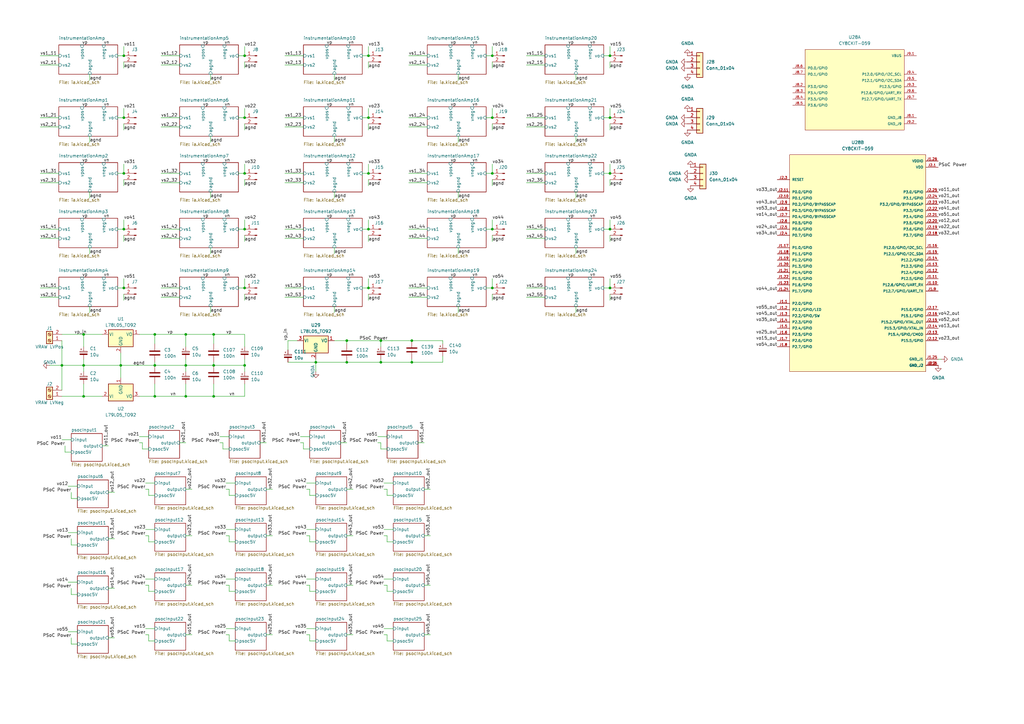
<source format=kicad_sch>
(kicad_sch (version 20250114) (generator "eeschema") (generator_version "9.0")
  (paper "A3")
  (junction (at 129.54 148.59))
  (junction (at 201.93 22.86))
  (junction (at 151.13 48.26))
  (junction (at 63.5 137.16))
  (junction (at 201.93 48.26))
  (junction (at 34.29 149.86))
  (junction (at 50.8 118.11))
  (junction (at 87.63 149.86))
  (junction (at 250.19 118.11))
  (junction (at 76.2 137.16))
  (junction (at 50.8 71.12))
  (junction (at 87.63 162.56))
  (junction (at 250.19 93.98))
  (junction (at 50.8 93.98))
  (junction (at 156.21 148.59))
  (junction (at 151.13 118.11))
  (junction (at 25.4 149.86))
  (junction (at 100.33 93.98))
  (junction (at 100.33 48.26))
  (junction (at 34.29 137.16))
  (junction (at 151.13 22.86))
  (junction (at 250.19 22.86))
  (junction (at 100.33 71.12))
  (junction (at 49.53 149.86))
  (junction (at 151.13 93.98))
  (junction (at 87.63 137.16))
  (junction (at 168.91 148.59))
  (junction (at 250.19 71.12))
  (junction (at 34.29 162.56))
  (junction (at 100.33 149.86))
  (junction (at 100.33 118.11))
  (junction (at 76.2 149.86))
  (junction (at 76.2 162.56))
  (junction (at 50.8 48.26))
  (junction (at 201.93 118.11))
  (junction (at 142.24 148.59))
  (junction (at 100.33 22.86))
  (junction (at 156.21 139.7))
  (junction (at 63.5 149.86))
  (junction (at 151.13 71.12))
  (junction (at 63.5 162.56))
  (junction (at 142.24 139.7))
  (junction (at 168.91 139.7))
  (junction (at 250.19 48.26))
  (junction (at 201.93 93.98))
  (junction (at 201.93 71.12))
  (junction (at 50.8 22.86))
  (wire (pts (xy 34.29 157.48) (xy 34.29 162.56)))
  (wire (pts (xy 41.91 182.88) (xy 44.45 182.88)))
  (wire (pts (xy 201.93 99.06) (xy 201.93 96.52)))
  (wire (pts (xy 148.59 22.86) (xy 151.13 22.86)))
  (wire (pts (xy 201.93 90.17) (xy 201.93 93.98)))
  (wire (pts (xy 50.8 123.19) (xy 50.8 120.65)))
  (wire (pts (xy 87.63 162.56) (xy 100.33 162.56)))
  (wire (pts (xy 236.22 58.42) (xy 236.22 55.88)))
  (wire (pts (xy 151.13 53.34) (xy 151.13 50.8)))
  (wire (pts (xy 167.64 97.79) (xy 175.26 97.79)))
  (wire (pts (xy 123.19 181.61) (xy 124.46 181.61)))
  (wire (pts (xy 92.71 257.81) (xy 96.52 257.81)))
  (wire (pts (xy 86.36 104.14) (xy 86.36 101.6)))
  (wire (pts (xy 236.22 128.27) (xy 236.22 125.73)))
  (wire (pts (xy 199.39 48.26) (xy 201.93 48.26)))
  (wire (pts (xy 100.33 53.34) (xy 100.33 50.8)))
  (wire (pts (xy 66.04 26.67) (xy 73.66 26.67)))
  (wire (pts (xy 97.79 118.11) (xy 100.33 118.11)))
  (wire (pts (xy 58.42 184.15) (xy 60.96 184.15)))
  (wire (pts (xy 118.11 139.7) (xy 118.11 143.51)))
  (wire (pts (xy 215.9 121.92) (xy 223.52 121.92)))
  (wire (pts (xy 127 222.25) (xy 129.54 222.25)))
  (wire (pts (xy 63.5 137.16) (xy 63.5 140.97)))
  (wire (pts (xy 250.19 27.94) (xy 250.19 25.4)))
  (wire (pts (xy 158.75 240.03) (xy 158.75 242.57)))
  (wire (pts (xy 49.53 149.86) (xy 63.5 149.86)))
  (wire (pts (xy 16.51 97.79) (xy 24.13 97.79)))
  (wire (pts (xy 34.29 149.86) (xy 34.29 152.4)))
  (wire (pts (xy 93.98 260.35) (xy 93.98 262.89)))
  (wire (pts (xy 127 260.35) (xy 127 262.89)))
  (wire (pts (xy 156.21 181.61) (xy 156.21 184.15)))
  (wire (pts (xy 247.65 93.98) (xy 250.19 93.98)))
  (wire (pts (xy 44.45 241.3) (xy 46.99 241.3)))
  (wire (pts (xy 49.53 149.86) (xy 49.53 154.94)))
  (wire (pts (xy 100.33 76.2) (xy 100.33 73.66)))
  (wire (pts (xy 29.21 264.16) (xy 31.75 264.16)))
  (wire (pts (xy 50.8 27.94) (xy 50.8 25.4)))
  (wire (pts (xy 250.19 123.19) (xy 250.19 120.65)))
  (wire (pts (xy 50.8 53.34) (xy 50.8 50.8)))
  (wire (pts (xy 167.64 74.93) (xy 175.26 74.93)))
  (wire (pts (xy 215.9 74.93) (xy 223.52 74.93)))
  (wire (pts (xy 86.36 81.28) (xy 86.36 78.74)))
  (wire (pts (xy 50.8 67.31) (xy 50.8 71.12)))
  (wire (pts (xy 137.16 128.27) (xy 137.16 125.73)))
  (wire (pts (xy 167.64 118.11) (xy 175.26 118.11)))
  (wire (pts (xy 151.13 114.3) (xy 151.13 118.11)))
  (wire (pts (xy 29.21 223.52) (xy 31.75 223.52)))
  (wire (pts (xy 86.36 58.42) (xy 86.36 55.88)))
  (wire (pts (xy 142.24 148.59) (xy 156.21 148.59)))
  (wire (pts (xy 50.8 99.06) (xy 50.8 96.52)))
  (wire (pts (xy 250.19 76.2) (xy 250.19 73.66)))
  (wire (pts (xy 142.24 200.66) (xy 144.78 200.66)))
  (wire (pts (xy 76.2 137.16) (xy 63.5 137.16)))
  (wire (pts (xy 129.54 147.32) (xy 129.54 148.59)))
  (wire (pts (xy 247.65 118.11) (xy 250.19 118.11)))
  (wire (pts (xy 26.67 182.88) (xy 26.67 185.42)))
  (wire (pts (xy 129.54 148.59) (xy 129.54 152.4)))
  (wire (pts (xy 167.64 22.86) (xy 175.26 22.86)))
  (wire (pts (xy 86.36 128.27) (xy 86.36 125.73)))
  (wire (pts (xy 215.9 118.11) (xy 223.52 118.11)))
  (wire (pts (xy 100.33 19.05) (xy 100.33 22.86)))
  (wire (pts (xy 16.51 26.67) (xy 24.13 26.67)))
  (wire (pts (xy 123.19 179.07) (xy 127 179.07)))
  (wire (pts (xy 199.39 93.98) (xy 201.93 93.98)))
  (wire (pts (xy 100.33 67.31) (xy 100.33 71.12)))
  (wire (pts (xy 90.17 181.61) (xy 91.44 181.61)))
  (wire (pts (xy 66.04 93.98) (xy 73.66 93.98)))
  (wire (pts (xy 63.5 162.56) (xy 76.2 162.56)))
  (wire (pts (xy 250.19 44.45) (xy 250.19 48.26)))
  (wire (pts (xy 187.96 128.27) (xy 187.96 125.73)))
  (wire (pts (xy 92.71 260.35) (xy 93.98 260.35)))
  (wire (pts (xy 92.71 200.66) (xy 93.98 200.66)))
  (wire (pts (xy 215.9 22.86) (xy 223.52 22.86)))
  (wire (pts (xy 154.94 181.61) (xy 156.21 181.61)))
  (wire (pts (xy 158.75 203.2) (xy 161.29 203.2)))
  (wire (pts (xy 66.04 22.86) (xy 73.66 22.86)))
  (wire (pts (xy 93.98 240.03) (xy 93.98 242.57)))
  (wire (pts (xy 66.04 74.93) (xy 73.66 74.93)))
  (wire (pts (xy 173.99 260.35) (xy 176.53 260.35)))
  (wire (pts (xy 187.96 58.42) (xy 187.96 55.88)))
  (wire (pts (xy 106.68 181.61) (xy 109.22 181.61)))
  (wire (pts (xy 16.51 48.26) (xy 24.13 48.26)))
  (wire (pts (xy 116.84 118.11) (xy 124.46 118.11)))
  (wire (pts (xy 157.48 200.66) (xy 158.75 200.66)))
  (wire (pts (xy 157.48 257.81) (xy 161.29 257.81)))
  (wire (pts (xy 16.51 74.93) (xy 24.13 74.93)))
  (wire (pts (xy 93.98 242.57) (xy 96.52 242.57)))
  (wire (pts (xy 142.24 260.35) (xy 144.78 260.35)))
  (wire (pts (xy 124.46 181.61) (xy 124.46 184.15)))
  (wire (pts (xy 158.75 219.71) (xy 158.75 222.25)))
  (wire (pts (xy 109.22 260.35) (xy 111.76 260.35)))
  (wire (pts (xy 116.84 97.79) (xy 124.46 97.79)))
  (wire (pts (xy 59.69 219.71) (xy 60.96 219.71)))
  (wire (pts (xy 100.33 27.94) (xy 100.33 25.4)))
  (wire (pts (xy 50.8 90.17) (xy 50.8 93.98)))
  (wire (pts (xy 137.16 104.14) (xy 137.16 101.6)))
  (wire (pts (xy 116.84 71.12) (xy 124.46 71.12)))
  (wire (pts (xy 156.21 139.7) (xy 156.21 142.24)))
  (wire (pts (xy 250.19 114.3) (xy 250.19 118.11)))
  (wire (pts (xy 91.44 184.15) (xy 93.98 184.15)))
  (wire (pts (xy 109.22 240.03) (xy 111.76 240.03)))
  (wire (pts (xy 87.63 157.48) (xy 87.63 162.56)))
  (wire (pts (xy 201.93 123.19) (xy 201.93 120.65)))
  (wire (pts (xy 125.73 217.17) (xy 129.54 217.17)))
  (wire (pts (xy 76.2 149.86) (xy 76.2 152.4)))
  (wire (pts (xy 48.26 22.86) (xy 50.8 22.86)))
  (wire (pts (xy 199.39 22.86) (xy 201.93 22.86)))
  (wire (pts (xy 60.96 240.03) (xy 60.96 242.57)))
  (wire (pts (xy 76.2 149.86) (xy 87.63 149.86)))
  (wire (pts (xy 158.75 260.35) (xy 158.75 262.89)))
  (wire (pts (xy 125.73 257.81) (xy 129.54 257.81)))
  (wire (pts (xy 125.73 198.12) (xy 129.54 198.12)))
  (wire (pts (xy 142.24 139.7) (xy 156.21 139.7)))
  (wire (pts (xy 36.83 81.28) (xy 36.83 78.74)))
  (wire (pts (xy 44.45 220.98) (xy 46.99 220.98)))
  (wire (pts (xy 66.04 71.12) (xy 73.66 71.12)))
  (wire (pts (xy 168.91 147.32) (xy 168.91 148.59)))
  (wire (pts (xy 86.36 33.02) (xy 86.36 30.48)))
  (wire (pts (xy 76.2 260.35) (xy 78.74 260.35)))
  (wire (pts (xy 386.08 147.32) (xy 384.81 147.32)))
  (wire (pts (xy 157.48 217.17) (xy 161.29 217.17)))
  (wire (pts (xy 142.24 139.7) (xy 142.24 140.97)))
  (wire (pts (xy 100.33 114.3) (xy 100.33 118.11)))
  (wire (pts (xy 250.19 90.17) (xy 250.19 93.98)))
  (wire (pts (xy 25.4 180.34) (xy 29.21 180.34)))
  (wire (pts (xy 100.33 137.16) (xy 87.63 137.16)))
  (wire (pts (xy 60.96 262.89) (xy 63.5 262.89)))
  (wire (pts (xy 92.71 198.12) (xy 96.52 198.12)))
  (wire (pts (xy 63.5 157.48) (xy 63.5 162.56)))
  (wire (pts (xy 215.9 71.12) (xy 223.52 71.12)))
  (wire (pts (xy 125.73 219.71) (xy 127 219.71)))
  (wire (pts (xy 127 240.03) (xy 127 242.57)))
  (wire (pts (xy 148.59 71.12) (xy 151.13 71.12)))
  (wire (pts (xy 156.21 139.7) (xy 168.91 139.7)))
  (wire (pts (xy 151.13 44.45) (xy 151.13 48.26)))
  (wire (pts (xy 125.73 260.35) (xy 127 260.35)))
  (wire (pts (xy 121.92 139.7) (xy 118.11 139.7)))
  (wire (pts (xy 16.51 118.11) (xy 24.13 118.11)))
  (wire (pts (xy 137.16 33.02) (xy 137.16 30.48)))
  (wire (pts (xy 87.63 149.86) (xy 100.33 149.86)))
  (wire (pts (xy 48.26 48.26) (xy 50.8 48.26)))
  (wire (pts (xy 36.83 104.14) (xy 36.83 101.6)))
  (wire (pts (xy 127 242.57) (xy 129.54 242.57)))
  (wire (pts (xy 187.96 33.02) (xy 187.96 30.48)))
  (wire (pts (xy 250.19 99.06) (xy 250.19 96.52)))
  (wire (pts (xy 215.9 52.07) (xy 223.52 52.07)))
  (wire (pts (xy 151.13 123.19) (xy 151.13 120.65)))
  (wire (pts (xy 57.15 181.61) (xy 58.42 181.61)))
  (wire (pts (xy 173.99 240.03) (xy 176.53 240.03)))
  (wire (pts (xy 151.13 76.2) (xy 151.13 73.66)))
  (wire (pts (xy 125.73 237.49) (xy 129.54 237.49)))
  (wire (pts (xy 59.69 257.81) (xy 63.5 257.81)))
  (wire (pts (xy 60.96 260.35) (xy 60.96 262.89)))
  (wire (pts (xy 201.93 27.94) (xy 201.93 25.4)))
  (wire (pts (xy 27.94 199.39) (xy 31.75 199.39)))
  (wire (pts (xy 168.91 139.7) (xy 181.61 139.7)))
  (wire (pts (xy 156.21 148.59) (xy 156.21 147.32)))
  (wire (pts (xy 247.65 22.86) (xy 250.19 22.86)))
  (wire (pts (xy 125.73 240.03) (xy 127 240.03)))
  (wire (pts (xy 125.73 200.66) (xy 127 200.66)))
  (wire (pts (xy 167.64 121.92) (xy 175.26 121.92)))
  (wire (pts (xy 16.51 71.12) (xy 24.13 71.12)))
  (wire (pts (xy 16.51 22.86) (xy 24.13 22.86)))
  (wire (pts (xy 92.71 240.03) (xy 93.98 240.03)))
  (wire (pts (xy 215.9 26.67) (xy 223.52 26.67)))
  (wire (pts (xy 201.93 67.31) (xy 201.93 71.12)))
  (wire (pts (xy 76.2 240.03) (xy 78.74 240.03)))
  (wire (pts (xy 201.93 19.05) (xy 201.93 22.86)))
  (wire (pts (xy 118.11 148.59) (xy 129.54 148.59)))
  (wire (pts (xy 100.33 99.06) (xy 100.33 96.52)))
  (wire (pts (xy 92.71 219.71) (xy 93.98 219.71)))
  (wire (pts (xy 63.5 149.86) (xy 63.5 148.59)))
  (wire (pts (xy 25.4 137.16) (xy 34.29 137.16)))
  (wire (pts (xy 116.84 93.98) (xy 124.46 93.98)))
  (wire (pts (xy 142.24 240.03) (xy 144.78 240.03)))
  (wire (pts (xy 25.4 162.56) (xy 34.29 162.56)))
  (wire (pts (xy 181.61 139.7) (xy 181.61 140.97)))
  (wire (pts (xy 34.29 137.16) (xy 34.29 142.24)))
  (wire (pts (xy 181.61 148.59) (xy 181.61 146.05)))
  (wire (pts (xy 124.46 184.15) (xy 127 184.15)))
  (wire (pts (xy 59.69 200.66) (xy 60.96 200.66)))
  (wire (pts (xy 157.48 260.35) (xy 158.75 260.35)))
  (wire (pts (xy 76.2 157.48) (xy 76.2 162.56)))
  (wire (pts (xy 66.04 97.79) (xy 73.66 97.79)))
  (wire (pts (xy 97.79 48.26) (xy 100.33 48.26)))
  (wire (pts (xy 250.19 19.05) (xy 250.19 22.86)))
  (wire (pts (xy 250.19 53.34) (xy 250.19 50.8)))
  (wire (pts (xy 66.04 52.07) (xy 73.66 52.07)))
  (wire (pts (xy 60.96 222.25) (xy 63.5 222.25)))
  (wire (pts (xy 116.84 74.93) (xy 124.46 74.93)))
  (wire (pts (xy 158.75 262.89) (xy 161.29 262.89)))
  (wire (pts (xy 215.9 97.79) (xy 223.52 97.79)))
  (wire (pts (xy 60.96 203.2) (xy 63.5 203.2)))
  (wire (pts (xy 97.79 71.12) (xy 100.33 71.12)))
  (wire (pts (xy 116.84 121.92) (xy 124.46 121.92)))
  (wire (pts (xy 199.39 118.11) (xy 201.93 118.11)))
  (wire (pts (xy 50.8 76.2) (xy 50.8 73.66)))
  (wire (pts (xy 168.91 148.59) (xy 181.61 148.59)))
  (wire (pts (xy 129.54 148.59) (xy 142.24 148.59)))
  (wire (pts (xy 148.59 48.26) (xy 151.13 48.26)))
  (wire (pts (xy 127 262.89) (xy 129.54 262.89)))
  (wire (pts (xy 157.48 198.12) (xy 161.29 198.12)))
  (wire (pts (xy 158.75 200.66) (xy 158.75 203.2)))
  (wire (pts (xy 151.13 90.17) (xy 151.13 93.98)))
  (wire (pts (xy 127 203.2) (xy 129.54 203.2)))
  (wire (pts (xy 157.48 237.49) (xy 161.29 237.49)))
  (wire (pts (xy 29.21 201.93) (xy 29.21 204.47)))
  (wire (pts (xy 87.63 149.86) (xy 87.63 148.59)))
  (wire (pts (xy 93.98 200.66) (xy 93.98 203.2)))
  (wire (pts (xy 50.8 44.45) (xy 50.8 48.26)))
  (wire (pts (xy 100.33 147.32) (xy 100.33 149.86)))
  (wire (pts (xy 59.69 240.03) (xy 60.96 240.03)))
  (wire (pts (xy 247.65 48.26) (xy 250.19 48.26)))
  (wire (pts (xy 137.16 58.42) (xy 137.16 55.88)))
  (wire (pts (xy 49.53 144.78) (xy 49.53 149.86)))
  (wire (pts (xy 201.93 76.2) (xy 201.93 73.66)))
  (wire (pts (xy 25.4 139.7) (xy 25.4 149.86)))
  (wire (pts (xy 93.98 222.25) (xy 96.52 222.25)))
  (wire (pts (xy 250.19 67.31) (xy 250.19 71.12)))
  (wire (pts (xy 63.5 149.86) (xy 76.2 149.86)))
  (wire (pts (xy 87.63 137.16) (xy 87.63 140.97)))
  (wire (pts (xy 116.84 48.26) (xy 124.46 48.26)))
  (wire (pts (xy 60.96 219.71) (xy 60.96 222.25)))
  (wire (pts (xy 137.16 81.28) (xy 137.16 78.74)))
  (wire (pts (xy 127 219.71) (xy 127 222.25)))
  (wire (pts (xy 156.21 148.59) (xy 168.91 148.59)))
  (wire (pts (xy 66.04 118.11) (xy 73.66 118.11)))
  (wire (pts (xy 139.7 181.61) (xy 142.24 181.61)))
  (wire (pts (xy 90.17 179.07) (xy 93.98 179.07)))
  (wire (pts (xy 154.94 179.07) (xy 158.75 179.07)))
  (wire (pts (xy 187.96 104.14) (xy 187.96 101.6)))
  (wire (pts (xy 167.64 26.67) (xy 175.26 26.67)))
  (wire (pts (xy 34.29 147.32) (xy 34.29 149.86)))
  (wire (pts (xy 26.67 185.42) (xy 29.21 185.42)))
  (wire (pts (xy 127 200.66) (xy 127 203.2)))
  (wire (pts (xy 59.69 217.17) (xy 63.5 217.17)))
  (wire (pts (xy 25.4 149.86) (xy 25.4 160.02)))
  (wire (pts (xy 167.64 71.12) (xy 175.26 71.12)))
  (wire (pts (xy 151.13 27.94) (xy 151.13 25.4)))
  (wire (pts (xy 76.2 147.32) (xy 76.2 149.86)))
  (wire (pts (xy 158.75 242.57) (xy 161.29 242.57)))
  (wire (pts (xy 236.22 33.02) (xy 236.22 30.48)))
  (wire (pts (xy 36.83 33.02) (xy 36.83 30.48)))
  (wire (pts (xy 50.8 19.05) (xy 50.8 22.86)))
  (wire (pts (xy 100.33 123.19) (xy 100.33 120.65)))
  (wire (pts (xy 44.45 261.62) (xy 46.99 261.62)))
  (wire (pts (xy 167.64 48.26) (xy 175.26 48.26)))
  (wire (pts (xy 247.65 71.12) (xy 250.19 71.12)))
  (wire (pts (xy 59.69 198.12) (xy 63.5 198.12)))
  (wire (pts (xy 236.22 81.28) (xy 236.22 78.74)))
  (wire (pts (xy 63.5 137.16) (xy 57.15 137.16)))
  (wire (pts (xy 76.2 137.16) (xy 87.63 137.16)))
  (wire (pts (xy 167.64 52.07) (xy 175.26 52.07)))
  (wire (pts (xy 116.84 26.67) (xy 124.46 26.67)))
  (wire (pts (xy 58.42 181.61) (xy 58.42 184.15)))
  (wire (pts (xy 76.2 200.66) (xy 78.74 200.66)))
  (wire (pts (xy 16.51 93.98) (xy 24.13 93.98)))
  (wire (pts (xy 60.96 242.57) (xy 63.5 242.57)))
  (wire (pts (xy 16.51 52.07) (xy 24.13 52.07)))
  (wire (pts (xy 156.21 184.15) (xy 158.75 184.15)))
  (wire (pts (xy 27.94 218.44) (xy 31.75 218.44)))
  (wire (pts (xy 36.83 128.27) (xy 36.83 125.73)))
  (wire (pts (xy 91.44 181.61) (xy 91.44 184.15)))
  (wire (pts (xy 29.21 220.98) (xy 29.21 223.52)))
  (wire (pts (xy 44.45 201.93) (xy 46.99 201.93)))
  (wire (pts (xy 57.15 179.07) (xy 60.96 179.07)))
  (wire (pts (xy 93.98 262.89) (xy 96.52 262.89)))
  (wire (pts (xy 34.29 162.56) (xy 41.91 162.56)))
  (wire (pts (xy 76.2 142.24) (xy 76.2 137.16)))
  (wire (pts (xy 59.69 260.35) (xy 60.96 260.35)))
  (wire (pts (xy 93.98 203.2) (xy 96.52 203.2)))
  (wire (pts (xy 148.59 118.11) (xy 151.13 118.11)))
  (wire (pts (xy 137.16 139.7) (xy 142.24 139.7)))
  (wire (pts (xy 73.66 181.61) (xy 76.2 181.61)))
  (wire (pts (xy 100.33 157.48) (xy 100.33 162.56)))
  (wire (pts (xy 66.04 121.92) (xy 73.66 121.92)))
  (wire (pts (xy 109.22 200.66) (xy 111.76 200.66)))
  (wire (pts (xy 157.48 219.71) (xy 158.75 219.71)))
  (wire (pts (xy 158.75 222.25) (xy 161.29 222.25)))
  (wire (pts (xy 29.21 243.84) (xy 31.75 243.84)))
  (wire (pts (xy 171.45 181.61) (xy 173.99 181.61)))
  (wire (pts (xy 92.71 237.49) (xy 96.52 237.49)))
  (wire (pts (xy 157.48 240.03) (xy 158.75 240.03)))
  (wire (pts (xy 236.22 104.14) (xy 236.22 101.6)))
  (wire (pts (xy 57.15 162.56) (xy 63.5 162.56)))
  (wire (pts (xy 50.8 114.3) (xy 50.8 118.11)))
  (wire (pts (xy 97.79 93.98) (xy 100.33 93.98)))
  (wire (pts (xy 29.21 204.47) (xy 31.75 204.47)))
  (wire (pts (xy 59.69 237.49) (xy 63.5 237.49)))
  (wire (pts (xy 16.51 121.92) (xy 24.13 121.92)))
  (wire (pts (xy 151.13 67.31) (xy 151.13 71.12)))
  (wire (pts (xy 151.13 99.06) (xy 151.13 96.52)))
  (wire (pts (xy 29.21 241.3) (xy 29.21 243.84)))
  (wire (pts (xy 25.4 149.86) (xy 34.29 149.86)))
  (wire (pts (xy 215.9 48.26) (xy 223.52 48.26)))
  (wire (pts (xy 92.71 217.17) (xy 96.52 217.17)))
  (wire (pts (xy 20.32 149.86) (xy 25.4 149.86)))
  (wire (pts (xy 167.64 93.98) (xy 175.26 93.98)))
  (wire (pts (xy 201.93 53.34) (xy 201.93 50.8)))
  (wire (pts (xy 66.04 48.26) (xy 73.66 48.26)))
  (wire (pts (xy 100.33 90.17) (xy 100.33 93.98)))
  (wire (pts (xy 93.98 219.71) (xy 93.98 222.25)))
  (wire (pts (xy 116.84 52.07) (xy 124.46 52.07)))
  (wire (pts (xy 187.96 81.28) (xy 187.96 78.74)))
  (wire (pts (xy 97.79 22.86) (xy 100.33 22.86)))
  (wire (pts (xy 27.94 259.08) (xy 31.75 259.08)))
  (wire (pts (xy 27.94 238.76) (xy 31.75 238.76)))
  (wire (pts (xy 76.2 162.56) (xy 87.63 162.56)))
  (wire (pts (xy 36.83 58.42) (xy 36.83 55.88)))
  (wire (pts (xy 48.26 118.11) (xy 50.8 118.11)))
  (wire (pts (xy 148.59 93.98) (xy 151.13 93.98)))
  (wire (pts (xy 100.33 149.86) (xy 100.33 152.4)))
  (wire (pts (xy 199.39 71.12) (xy 201.93 71.12)))
  (wire (pts (xy 116.84 22.86) (xy 124.46 22.86)))
  (wire (pts (xy 215.9 93.98) (xy 223.52 93.98)))
  (wire (pts (xy 201.93 44.45) (xy 201.93 48.26)))
  (wire (pts (xy 109.22 219.71) (xy 111.76 219.71)))
  (wire (pts (xy 142.24 219.71) (xy 144.78 219.71)))
  (wire (pts (xy 151.13 19.05) (xy 151.13 22.86)))
  (wire (pts (xy 100.33 142.24) (xy 100.33 137.16)))
  (wire (pts (xy 173.99 219.71) (xy 176.53 219.71)))
  (wire (pts (xy 48.26 71.12) (xy 50.8 71.12)))
  (wire (pts (xy 34.29 137.16) (xy 41.91 137.16)))
  (wire (pts (xy 201.93 114.3) (xy 201.93 118.11)))
  (wire (pts (xy 100.33 44.45) (xy 100.33 48.26)))
  (wire (pts (xy 76.2 219.71) (xy 78.74 219.71)))
  (wire (pts (xy 48.26 93.98) (xy 50.8 93.98)))
  (wire (pts (xy 60.96 200.66) (xy 60.96 203.2)))
  (wire (pts (xy 173.99 200.66) (xy 176.53 200.66)))
  (wire (pts (xy 34.29 149.86) (xy 49.53 149.86)))
  (wire (pts (xy 29.21 261.62) (xy 29.21 264.16)))
  (label "agnd" (at 100.33 53.34 0))
  (label "vo24" (at 201.93 44.45 0))
  (label "vs2_21" (at 16.51 52.07 0))
  (label "vp" (at 184.785 113.665 0))
  (label "agnd" (at 50.8 123.19 0))
  (label "vp" (at 133.985 18.415 0))
  (label "PSoC Power" (at 59.69 240.03 180))
  (label "vo34_out" (at 111.76 240.03 90))
  (label "agnd" (at 250.19 53.34 0))
  (label "vp" (at 92.71 137.16 0))
  (label "vn" (at 42.545 18.415 0))
  (label "PSoC Power" (at 157.48 219.71 180))
  (label "agnd" (at 50.8 53.34 0))
  (label "vn" (at 42.545 43.815 0))
  (label "vo32_out" (at 384.81 96.52 0))
  (label "PSoC Power" (at 59.69 200.66 180))
  (label "vp" (at 133.985 43.815 0))
  (label "vo31_out" (at 109.22 181.61 90))
  (label "PSoC Power" (at 92.71 240.03 180))
  (label "vo25_out" (at 111.76 260.35 90))
  (label "vo31_out" (at 384.81 83.82 0))
  (label "vo43_out" (at 318.77 83.82 180))
  (label "vo35" (at 125.73 257.81 180))
  (label "vo24_out" (at 318.77 93.98 180))
  (label "vs1_11" (at 16.51 22.86 0))
  (label "agnd" (at 100.33 123.19 0))
  (label "vo52_out" (at 384.81 132.08 0))
  (label "vs1_14" (at 167.64 22.86 0))
  (label "PSoC Power" (at 123.19 181.61 180))
  (label "vs2_11" (at 16.51 26.67 0))
  (label "vs2_51" (at 16.51 121.92 0))
  (label "agnd" (at 236.22 104.14 0))
  (label "vo53_out" (at 176.53 219.71 90))
  (label "vo44_out" (at 318.77 119.38 180))
  (label "agnd" (at 86.36 81.28 0))
  (label "vn" (at 241.935 66.675 0))
  (label "vp" (at 33.655 113.665 0))
  (label "vs1_42" (at 66.04 93.98 0))
  (label "vo51" (at 50.8 114.3 0))
  (label "agnd" (at 151.13 27.94 0))
  (label "vp" (at 233.045 18.415 0))
  (label "PSoC Power" (at 125.73 200.66 180))
  (label "vn" (at 69.85 162.56 0))
  (label "vo22_out" (at 384.81 93.98 0))
  (label "agnd" (at 187.96 104.14 0))
  (label "agnd" (at 50.8 99.06 0))
  (label "vs1_43" (at 116.84 93.98 0))
  (label "vs1_31" (at 16.51 71.12 0))
  (label "vo13_out" (at 46.99 220.98 90))
  (label "vo41_out" (at 142.24 181.61 90))
  (label "PSoC Power" (at 125.73 219.71 180))
  (label "PSoC Power" (at 29.21 261.62 180))
  (label "vo12" (at 100.33 19.05 0))
  (label "agnd" (at 236.22 58.42 0))
  (label "vs1_21" (at 16.51 48.26 0))
  (label "agnd" (at 250.19 76.2 0))
  (label "agnd" (at 151.13 123.19 0))
  (label "vo24" (at 59.69 237.49 180))
  (label "vs1_33" (at 116.84 71.12 0))
  (label "vs1_35" (at 215.9 71.12 0))
  (label "vp" (at 83.185 18.415 0))
  (label "vn" (at 142.875 66.675 0))
  (label "vp" (at 133.985 89.535 0))
  (label "vp" (at 33.655 43.815 0))
  (label "vs2_52" (at 66.04 121.92 0))
  (label "agnd" (at 86.36 104.14 0))
  (label "vo45" (at 157.48 257.81 180))
  (label "vo52" (at 157.48 198.12 180))
  (label "vo13" (at 151.13 19.05 0))
  (label "PSoC Power" (at 92.71 219.71 180))
  (label "vn" (at 193.675 66.675 0))
  (label "vp" (at 233.045 89.535 0))
  (label "vp" (at 83.185 43.815 0))
  (label "vo23_out" (at 384.81 139.7 0))
  (label "PSoC Power" (at 147.32 139.7 0))
  (label "vo25" (at 250.19 44.45 0))
  (label "vo12_out" (at 46.99 201.93 90))
  (label "vs1_32" (at 66.04 71.12 0))
  (label "vo24_out" (at 78.74 240.03 90))
  (label "vo44_out" (at 144.78 240.03 90))
  (label "vs1_23" (at 116.84 48.26 0))
  (label "agnd" (at 137.16 58.42 0))
  (label "vn" (at 193.675 18.415 0))
  (label "vo11" (at 25.4 180.34 180))
  (label "vs2_42" (at 66.04 97.79 0))
  (label "vo53" (at 157.48 217.17 180))
  (label "vo34" (at 201.93 67.31 0))
  (label "vo13" (at 27.94 218.44 180))
  (label "vo23" (at 59.69 217.17 180))
  (label "vp" (at 33.655 18.415 0))
  (label "vs2_41" (at 16.51 97.79 0))
  (label "vp" (at 233.045 66.675 0))
  (label "vn" (at 93.98 162.56 0))
  (label "PSoC Power" (at 384.81 68.58 0))
  (label "vo33" (at 151.13 67.31 0))
  (label "PSoC Power" (at 157.48 260.35 180))
  (label "vp" (at 33.655 66.675 0))
  (label "agnd" (at 201.93 123.19 0))
  (label "vn" (at 42.545 113.665 0))
  (label "vo45" (at 250.19 90.17 0))
  (label "vo25" (at 92.71 257.81 180))
  (label "PSoC Power" (at 157.48 240.03 180))
  (label "vo15_out" (at 318.77 139.7 180))
  (label "vp" (at 233.045 113.665 0))
  (label "agnd" (at 36.83 128.27 0))
  (label "vo45_out" (at 176.53 260.35 90))
  (label "vs1_12" (at 66.04 22.86 0))
  (label "vn" (at 241.935 89.535 0))
  (label "vs2_22" (at 66.04 52.07 0))
  (label "agnd" (at 137.16 81.28 0))
  (label "vs1_34" (at 167.64 71.12 0))
  (label "vs2_34" (at 167.64 74.93 0))
  (label "vo43" (at 125.73 217.17 180))
  (label "vp" (at 184.785 89.535 0))
  (label "vo43_out" (at 144.78 219.71 90))
  (label "vo45_out" (at 318.77 129.54 180))
  (label "vo25_out" (at 318.77 137.16 180))
  (label "vn" (at 92.075 113.665 0))
  (label "vs1_22" (at 66.04 48.26 0))
  (label "vo14_out" (at 46.99 241.3 90))
  (label "vo32" (at 92.71 198.12 180))
  (label "vn" (at 193.675 113.665 0))
  (label "vo22" (at 59.69 198.12 180))
  (label "vp" (at 184.785 18.415 0))
  (label "PSoC Power" (at 154.94 181.61 180))
  (label "vs1_13" (at 116.84 22.86 0))
  (label "vn" (at 142.875 43.815 0))
  (label "vo41" (at 50.8 90.17 0))
  (label "vs2_23" (at 116.84 52.07 0))
  (label "PSoC Power" (at 57.15 181.61 180))
  (label "vn" (at 241.935 43.815 0))
  (label "vp" (at 133.985 113.665 0))
  (label "vo33_out" (at 318.77 78.74 180))
  (label "vo55" (at 250.19 114.3 0))
  (label "agnd" (at 36.83 33.02 0))
  (label "vs1_15" (at 215.9 22.86 0))
  (label "vp_in" (at 30.48 137.16 0))
  (label "agnd" (at 36.83 81.28 0))
  (label "vn" (at 92.075 89.535 0))
  (label "vo42" (at 100.33 90.17 0))
  (label "vp" (at 83.185 66.675 0))
  (label "vo54" (at 157.48 237.49 180))
  (label "vo55_out" (at 46.99 261.62 90))
  (label "vs2_13" (at 116.84 26.67 0))
  (label "vs2_54" (at 167.64 121.92 0))
  (label "vn" (at 92.075 18.415 0))
  (label "agnd" (at 137.16 104.14 0))
  (label "agnd" (at 236.22 81.28 0))
  (label "agnd" (at 54.61 149.86 0))
  (label "vo42_out" (at 384.81 129.54 0))
  (label "agnd" (at 201.93 76.2 0))
  (label "vs2_32" (at 66.04 74.93 0))
  (label "PSoC Power" (at 26.67 182.88 180))
  (label "vn" (at 241.935 113.665 0))
  (label "vo22" (at 100.33 44.45 0))
  (label "agnd" (at 137.16 128.27 0))
  (label "agnd" (at 36.83 104.14 0))
  (label "agnd" (at 187.96 128.27 0))
  (label "vs1_52" (at 66.04 118.11 0))
  (label "agnd" (at 100.33 76.2 0))
  (label "vs2_44" (at 167.64 97.79 0))
  (label "vo12_out" (at 384.81 91.44 0))
  (label "vo42_out" (at 144.78 200.66 90))
  (label "vo12" (at 27.94 199.39 180))
  (label "vo35_out" (at 318.77 132.08 180))
  (label "agnd" (at 137.16 33.02 0))
  (label "agnd" (at 236.22 33.02 0))
  (label "vo51_out" (at 384.81 88.9 0))
  (label "vo44" (at 125.73 237.49 180))
  (label "vn" (at 193.675 89.535 0))
  (label "vo51" (at 154.94 179.07 180))
  (label "vs2_33" (at 116.84 74.93 0))
  (label "vs2_35" (at 215.9 74.93 0))
  (label "vo14" (at 27.94 238.76 180))
  (label "vo21_out" (at 384.81 81.28 0))
  (label "vs2_43" (at 116.84 97.79 0))
  (label "vo21_out" (at 76.2 181.61 90))
  (label "vo33_out" (at 111.76 219.71 90))
  (label "vo54_out" (at 318.77 142.24 180))
  (label "vo44" (at 201.93 90.17 0))
  (label "agnd" (at 86.36 128.27 0))
  (label "agnd" (at 250.19 99.06 0))
  (label "PSoC Power" (at 29.21 201.93 180))
  (label "vo15_out" (at 78.74 260.35 90))
  (label "vo21" (at 50.8 44.45 0))
  (label "vs1_25" (at 215.9 48.26 0))
  (label "vn" (at 92.075 66.675 0))
  (label "vp" (at 233.045 43.815 0))
  (label "agnd" (at 250.19 123.19 0))
  (label "vo53_out" (at 318.77 86.36 180))
  (label "vo11_out" (at 384.81 78.74 0))
  (label "vo13_out" (at 384.81 134.62 0))
  (label "agnd" (at 86.36 58.42 0))
  (label "vo35_out" (at 144.78 260.35 90))
  (label "PSoC Power" (at 59.69 260.35 180))
  (label "agnd" (at 86.36 33.02 0))
  (label "vs2_15" (at 215.9 26.67 0))
  (label "agnd" (at 187.96 58.42 0))
  (label "agnd" (at 36.83 58.42 0))
  (label "PSoC Power" (at 59.69 219.71 180))
  (label "vo41" (at 123.19 179.07 180))
  (label "vs1_41" (at 16.51 93.98 0))
  (label "vo11_out" (at 44.45 182.88 90))
  (label "vn" (at 142.875 113.665 0))
  (label "vo43" (at 151.13 90.17 0))
  (label "vo55_out" (at 318.77 127 180))
  (label "vo53" (at 151.13 114.3 0))
  (label "vo34_out" (at 318.77 96.52 180))
  (label "agnd" (at 187.96 33.02 0))
  (label "agnd" (at 50.8 27.94 0))
  (label "agnd" (at 151.13 76.2 0))
  (label "vo34" (at 92.71 237.49 180))
  (label "vs1_55" (at 215.9 118.11 0))
  (label "vn" (at 193.675 43.815 0))
  (label "vn" (at 142.875 89.535 0))
  (label "vp" (at 83.185 113.665 0))
  (label "vo55" (at 27.94 259.08 180))
  (label "vo52" (at 100.33 114.3 0))
  (label "vo54" (at 201.93 114.3 0))
  (label "vo14_out" (at 318.77 88.9 180))
  (label "vo51_out" (at 173.99 181.61 90))
  (label "PSoC Power" (at 157.48 200.66 180))
  (label "vs2_31" (at 16.51 74.93 0))
  (label "PSoC Power" (at 125.73 240.03 180))
  (label "vo54_out" (at 176.53 240.03 90))
  (label "vo14" (at 201.93 19.05 0))
  (label "vo23_out" (at 78.74 219.71 90))
  (label "vs1_54" (at 167.64 118.11 0))
  (label "agnd" (at 201.93 99.06 0))
  (label "PSoC Power" (at 29.21 220.98 180))
  (label "agnd" (at 151.13 53.34 0))
  (label "vo41_out" (at 384.81 86.36 0))
  (label "vn" (at 42.545 89.535 0))
  (label "vo42" (at 125.73 198.12 180))
  (label "vo31" (at 50.8 67.31 0))
  (label "vs1_53" (at 116.84 118.11 0))
  (label "agnd" (at 236.22 128.27 0))
  (label "vn" (at 241.935 18.415 0))
  (label "vp_in" (at 118.11 139.7 90))
  (label "agnd" (at 201.93 27.94 0))
  (label "vo32_out" (at 111.76 200.66 90))
  (label "agnd" (at 187.96 81.28 0))
  (label "vo21" (at 57.15 179.07 180))
  (label "vs2_45" (at 215.9 97.79 0))
  (label "vo22_out" (at 78.74 200.66 90))
  (label "vs1_51" (at 16.51 118.11 0))
  (label "vo52_out" (at 176.53 200.66 90))
  (label "vp" (at 33.655 89.535 0))
  (label "agnd" (at 151.13 99.06 0))
  (label "vo11" (at 50.8 19.05 0))
  (label "PSoC Power" (at 92.71 200.66 180))
  (label "vp" (at 133.985 66.675 0))
  (label "vs2_24" (at 167.64 52.07 0))
  (label "vp" (at 68.58 137.16 0))
  (label "vo23" (at 151.13 44.45 0))
  (label "vs2_14" (at 167.64 26.67 0))
  (label "PSoC Power" (at 92.71 260.35 180))
  (label "vs2_55" (at 215.9 121.92 0))
  (label "vs1_44" (at 167.64 93.98 0))
  (label "PSoC Power" (at 125.73 260.35 180))
  (label "vo15" (at 250.19 19.05 0))
  (label "agnd" (at 100.33 99.06 0))
  (label "vo31" (at 90.17 179.07 180))
  (label "vs1_45" (at 215.9 93.98 0))
  (label "vo32" (at 100.33 67.31 0))
  (label "vn" (at 92.075 43.815 0))
  (label "vo35" (at 250.19 67.31 0))
  (label "agnd" (at 250.19 27.94 0))
  (label "vs1_24" (at 167.64 48.26 0))
  (label "PSoC Power" (at 29.21 241.3 180))
  (label "agnd" (at 201.93 53.34 0))
  (label "vs2_53" (at 116.84 121.92 0))
  (label "vo15" (at 59.69 257.81 180))
  (label "vs2_25" (at 215.9 52.07 0))
  (label "agnd" (at 100.33 27.94 0))
  (label "vp" (at 83.185 89.535 0))
  (label "vp" (at 184.785 43.815 0))
  (label "agnd" (at 50.8 76.2 0))
  (label "vn" (at 142.875 18.415 0))
  (label "vs2_12" (at 66.04 26.67 0))
  (label "vo33" (at 92.71 217.17 180))
  (label "PSoC Power" (at 90.17 181.61 180))
  (label "vp" (at 184.785 66.675 0))
  (label "vn" (at 42.545 66.675 0))
  (symbol (lib_id "Connector:Conn_01x02_Pin") (at 55.88 71.12 0) (mirror y) (unit 1)
    (property "Reference" "J5" (at 55.245 68.58 0))
    (property "Value" "Conn_01x02_Pin" (effects (hide yes)))
    (property "Footprint" "Connector_PinHeader_2.00mm:PinHeader_1x02_P2.00mm_Vertical" (effects (hide yes)))
    (property "Description" "Generic connector, single row, 01x02, script generated" (effects (hide yes)))
  )
  (symbol (lib_id "Device:C_Polarized_Small") (at 100.33 144.78 0) (unit 1)
    (property "Reference" "C109" (at 102.87 142.9638 0) (effects (justify left)))
    (property "Value" "10u" (at 102.87 145.5038 0) (effects (justify left)))
    (property "Footprint" "Capacitor_SMD:CP_Elec_4x4.5" (effects (hide yes)))
    (property "Description" "Polarized capacitor, small symbol" (effects (hide yes)))
  )
  (symbol (lib_id "power:GNDA") (at 384.81 149.86 0) (unit 1)
    (property "Reference" "#PWR06" (effects (hide yes)))
    (property "Value" "GNDA" (at 384.81 154.94 0))
    (property "Description" "Power symbol creates a global label with name \"GNDA\" , analog ground" (effects (hide yes)))
  )
  (symbol (lib_id "power:GNDA") (at 283.21 76.2 0) (unit 1)
    (property "Reference" "#PWR040" (effects (hide yes)))
    (property "Value" "GNDA" (at 283.21 81.28 0))
    (property "Description" "Power symbol creates a global label with name \"GNDA\" , analog ground" (effects (hide yes)))
  )
  (symbol (lib_id "power:GNDA") (at 281.94 30.48 0) (unit 1)
    (property "Reference" "#PWR030" (effects (hide yes)))
    (property "Value" "GNDA" (at 281.94 35.56 0))
    (property "Description" "Power symbol creates a global label with name \"GNDA\" , analog ground" (effects (hide yes)))
  )
  (symbol (lib_id "Connector:Conn_01x02_Pin") (at 105.41 118.11 0) (mirror y) (unit 1)
    (property "Reference" "J12" (at 104.775 115.57 0))
    (property "Value" "Conn_01x02_Pin" (effects (hide yes)))
    (property "Footprint" "Connector_PinHeader_2.00mm:PinHeader_1x02_P2.00mm_Vertical" (effects (hide yes)))
    (property "Description" "Generic connector, single row, 01x02, script generated" (effects (hide yes)))
  )
  (symbol (lib_id "Connector_Generic:Conn_01x04") (at 287.02 25.4 0) (unit 1)
    (property "Reference" "J28" (at 289.56 25.3999 0) (effects (justify left)))
    (property "Value" "Conn_01x04" (at 289.56 27.9399 0) (effects (justify left)))
    (property "Footprint" "Connector_PinSocket_2.00mm:PinSocket_1x04_P2.00mm_Vertical" (effects (hide yes)))
    (property "Description" "Generic connector, single row, 01x04, script generated (kicad-library-utils/schlib/autogen/connector/)" (effects (hide yes)))
  )
  (symbol (lib_id "power:GNDA") (at 281.94 48.26 270) (unit 1)
    (property "Reference" "#PWR034" (effects (hide yes)))
    (property "Value" "GNDA" (at 278.13 48.2599 90) (effects (justify right)))
    (property "Description" "Power symbol creates a global label with name \"GNDA\" , analog ground" (effects (hide yes)))
  )
  (symbol (lib_id "Connector:Conn_01x02_Pin") (at 156.21 118.11 0) (mirror y) (unit 1)
    (property "Reference" "J17" (at 155.575 115.57 0))
    (property "Value" "Conn_01x02_Pin" (effects (hide yes)))
    (property "Footprint" "Connector_PinHeader_2.00mm:PinHeader_1x02_P2.00mm_Vertical" (effects (hide yes)))
    (property "Description" "Generic connector, single row, 01x02, script generated" (effects (hide yes)))
  )
  (symbol (lib_id "Device:C_Polarized_Small") (at 100.33 154.94 0) (unit 1)
    (property "Reference" "C110" (at 102.87 153.1238 0) (effects (justify left)))
    (property "Value" "10u" (at 102.87 155.6638 0) (effects (justify left)))
    (property "Footprint" "Capacitor_SMD:CP_Elec_4x4.5" (effects (hide yes)))
    (property "Description" "Polarized capacitor, small symbol" (effects (hide yes)))
  )
  (symbol (lib_id "power:GNDA") (at 281.94 27.94 270) (unit 1)
    (property "Reference" "#PWR032" (effects (hide yes)))
    (property "Value" "GNDA" (at 278.13 27.9399 90) (effects (justify right)))
    (property "Description" "Power symbol creates a global label with name \"GNDA\" , analog ground" (effects (hide yes)))
  )
  (symbol (lib_id "Connector:Conn_01x02_Pin") (at 55.88 22.86 0) (mirror y) (unit 1)
    (property "Reference" "J3" (at 55.245 20.32 0))
    (property "Value" "Conn_01x02_Pin" (effects (hide yes)))
    (property "Footprint" "Connector_PinHeader_2.00mm:PinHeader_1x02_P2.00mm_Vertical" (effects (hide yes)))
    (property "Description" "Generic connector, single row, 01x02, script generated" (effects (hide yes)))
  )
  (symbol (lib_id "Device:C") (at 63.5 144.78 180) (unit 1)
    (property "Reference" "C3" (at 67.31 143.5099 0) (effects (justify right)))
    (property "Value" "100n" (at 67.31 146.0499 0) (effects (justify right)))
    (property "Footprint" "Capacitor_SMD:C_0805_2012Metric" (effects (hide yes)))
    (property "Description" "Unpolarized capacitor" (effects (hide yes)))
  )
  (symbol (lib_id "power:GNDA") (at 281.94 45.72 180) (unit 1)
    (property "Reference" "#PWR033" (effects (hide yes)))
    (property "Value" "GNDA" (at 281.94 40.64 0))
    (property "Description" "Power symbol creates a global label with name \"GNDA\" , analog ground" (effects (hide yes)))
  )
  (symbol (lib_id "CY8CKIT-059:CY8CKIT-059") (at 350.52 35.56 0) (unit 1)
    (property "Reference" "U28" (at 350.52 15.24 0))
    (property "Value" "CY8CKIT-059" (at 350.52 17.78 0))
    (property "Footprint" "lib:MODULE_CY8CKIT-059" (effects (hide yes)))
    (property "DigiKey_Part_Number" "448-CY8CKIT-059-ND" (effects (hide yes)))
    (property "SnapEDA_Link" "https://www.snapeda.com/parts/CY8CKIT-059/Infineon/view-part/?ref=snap" (effects (hide yes)))
    (property "Description_1" "CY8C58LP  PSOC® 5LP ARM® Cortex®-M3 MCU 32-Bit Embedded Evaluation Board" (effects (hide yes)))
    (property "Package" "None" (effects (hide yes)))
    (property "Check_prices" "https://www.snapeda.com/parts/CY8CKIT-059/Infineon/view-part/?ref=eda" (effects (hide yes)))
    (property "STANDARD" "Manufacturer Recommendations" (effects (hide yes)))
    (property "PARTREV" "G" (effects (hide yes)))
    (property "MF" "Cypress Semiconductor" (effects (hide yes)))
    (property "MP" "CY8CKIT-059" (effects (hide yes)))
    (property "MANUFACTURER" "Cypress" (effects (hide yes)))
  )
  (symbol (lib_id "Regulator_Linear:L79L05_TO92") (at 49.53 162.56 0) (unit 1)
    (property "Reference" "U2" (at 49.53 167.64 0))
    (property "Value" "L79L05_TO92" (at 49.53 170.18 0))
    (property "Footprint" "Package_TO_SOT_THT:TO-92_Inline" (effects (hide yes)))
    (property "Datasheet" "http://www.farnell.com/datasheets/1827870.pdf" (effects (hide yes)))
    (property "Description" "Negative 100mA -30V Linear Regulator, Fixed Output -5V, TO-92" (effects (hide yes)))
  )
  (symbol (lib_id "Regulator_Linear:L78L05_TO92") (at 49.53 137.16 0) (unit 1)
    (property "Reference" "U1" (at 49.53 130.81 0))
    (property "Value" "L78L05_TO92" (at 49.53 133.35 0))
    (property "Footprint" "Package_TO_SOT_THT:TO-92_Inline" (effects (hide yes)))
    (property "Datasheet" "http://www.st.com/content/ccc/resource/technical/document/datasheet/15/55/e5/aa/23/5b/43/fd/CD00000446.pdf/files/CD00000446.pdf/jcr:content/translations/en.CD00000446.pdf" (effects (hide yes)))
    (property "Description" "Positive 100mA 30V Linear Regulator, Fixed Output 5V, TO-92" (effects (hide yes)))
  )
  (symbol (lib_id "Connector:Conn_01x02_Pin") (at 105.41 22.86 0) (mirror y) (unit 1)
    (property "Reference" "J8" (at 104.775 20.32 0))
    (property "Value" "Conn_01x02_Pin" (effects (hide yes)))
    (property "Footprint" "Connector_PinHeader_2.00mm:PinHeader_1x02_P2.00mm_Vertical" (effects (hide yes)))
    (property "Description" "Generic connector, single row, 01x02, script generated" (effects (hide yes)))
  )
  (symbol (lib_id "Device:C_Polarized_Small") (at 76.2 154.94 0) (unit 1)
    (property "Reference" "C6" (at 78.74 153.1238 0) (effects (justify left)))
    (property "Value" "10u" (at 78.74 155.6638 0) (effects (justify left)))
    (property "Footprint" "Capacitor_SMD:CP_Elec_4x4.5" (effects (hide yes)))
    (property "Description" "Polarized capacitor, small symbol" (effects (hide yes)))
  )
  (symbol (lib_id "Device:C_Polarized_Small") (at 118.11 146.05 0) (unit 1)
    (property "Reference" "C111" (at 120.65 144.2338 0) (effects (justify left)))
    (property "Value" "10u" (at 120.65 146.7738 0) (effects (justify left)))
    (property "Footprint" "Capacitor_SMD:CP_Elec_4x4.5" (effects (hide yes)))
    (property "Description" "Polarized capacitor, small symbol" (effects (hide yes)))
  )
  (symbol (lib_id "Connector:Conn_01x02_Pin") (at 55.88 93.98 0) (mirror y) (unit 1)
    (property "Reference" "J6" (at 55.245 91.44 0))
    (property "Value" "Conn_01x02_Pin" (effects (hide yes)))
    (property "Footprint" "Connector_PinHeader_2.00mm:PinHeader_1x02_P2.00mm_Vertical" (effects (hide yes)))
    (property "Description" "Generic connector, single row, 01x02, script generated" (effects (hide yes)))
  )
  (symbol (lib_id "Connector:Conn_01x02_Pin") (at 55.88 48.26 0) (mirror y) (unit 1)
    (property "Reference" "J4" (at 55.245 45.72 0))
    (property "Value" "Conn_01x02_Pin" (effects (hide yes)))
    (property "Footprint" "Connector_PinHeader_2.00mm:PinHeader_1x02_P2.00mm_Vertical" (effects (hide yes)))
    (property "Description" "Generic connector, single row, 01x02, script generated" (effects (hide yes)))
  )
  (symbol (lib_id "Device:C") (at 87.63 153.67 0) (unit 1)
    (property "Reference" "C108" (at 91.44 152.3999 0) (effects (justify left)))
    (property "Value" "100n" (at 91.44 154.9399 0) (effects (justify left)))
    (property "Footprint" "Capacitor_SMD:C_0805_2012Metric" (effects (hide yes)))
    (property "Description" "Unpolarized capacitor" (effects (hide yes)))
  )
  (symbol (lib_id "Regulator_Linear:L78L05_TO92") (at 129.54 139.7 0) (unit 1)
    (property "Reference" "U29" (at 129.54 133.35 0))
    (property "Value" "L78L05_TO92" (at 129.54 135.89 0))
    (property "Footprint" "Package_TO_SOT_THT:TO-92_Inline" (effects (hide yes)))
    (property "Datasheet" "http://www.st.com/content/ccc/resource/technical/document/datasheet/15/55/e5/aa/23/5b/43/fd/CD00000446.pdf/files/CD00000446.pdf/jcr:content/translations/en.CD00000446.pdf" (effects (hide yes)))
    (property "Description" "Positive 100mA 30V Linear Regulator, Fixed Output 5V, TO-92" (effects (hide yes)))
  )
  (symbol (lib_id "Connector:Conn_01x02_Pin") (at 207.01 71.12 0) (mirror y) (unit 1)
    (property "Reference" "J20" (at 206.375 68.58 0))
    (property "Value" "Conn_01x02_Pin" (effects (hide yes)))
    (property "Footprint" "Connector_PinHeader_2.00mm:PinHeader_1x02_P2.00mm_Vertical" (effects (hide yes)))
    (property "Description" "Generic connector, single row, 01x02, script generated" (effects (hide yes)))
  )
  (symbol (lib_id "power:GNDA") (at 283.21 73.66 270) (unit 1)
    (property "Reference" "#PWR039" (effects (hide yes)))
    (property "Value" "GNDA" (at 279.4 73.6599 90) (effects (justify right)))
    (property "Description" "Power symbol creates a global label with name \"GNDA\" , analog ground" (effects (hide yes)))
  )
  (symbol (lib_id "power:GNDA") (at 283.21 71.12 270) (unit 1)
    (property "Reference" "#PWR038" (effects (hide yes)))
    (property "Value" "GNDA" (at 279.4 71.1199 90) (effects (justify right)))
    (property "Description" "Power symbol creates a global label with name \"GNDA\" , analog ground" (effects (hide yes)))
  )
  (symbol (lib_id "Device:C") (at 168.91 143.51 180) (unit 1)
    (property "Reference" "C139" (at 172.72 142.2399 0) (effects (justify right)))
    (property "Value" "100n" (at 172.72 144.7799 0) (effects (justify right)))
    (property "Footprint" "Capacitor_SMD:C_0805_2012Metric" (effects (hide yes)))
    (property "Description" "Unpolarized capacitor" (effects (hide yes)))
  )
  (symbol (lib_id "power:GNDA") (at 281.94 25.4 270) (unit 1)
    (property "Reference" "#PWR031" (effects (hide yes)))
    (property "Value" "GNDA" (at 278.13 25.3999 90) (effects (justify right)))
    (property "Description" "Power symbol creates a global label with name \"GNDA\" , analog ground" (effects (hide yes)))
  )
  (symbol (lib_id "Connector:Conn_01x02_Pin") (at 207.01 22.86 0) (mirror y) (unit 1)
    (property "Reference" "J18" (at 206.375 20.32 0))
    (property "Value" "Conn_01x02_Pin" (effects (hide yes)))
    (property "Footprint" "Connector_PinHeader_2.00mm:PinHeader_1x02_P2.00mm_Vertical" (effects (hide yes)))
    (property "Description" "Generic connector, single row, 01x02, script generated" (effects (hide yes)))
  )
  (symbol (lib_id "Connector:Conn_01x02_Pin") (at 156.21 48.26 0) (mirror y) (unit 1)
    (property "Reference" "J14" (at 155.575 45.72 0))
    (property "Value" "Conn_01x02_Pin" (effects (hide yes)))
    (property "Footprint" "Connector_PinHeader_2.00mm:PinHeader_1x02_P2.00mm_Vertical" (effects (hide yes)))
    (property "Description" "Generic connector, single row, 01x02, script generated" (effects (hide yes)))
  )
  (symbol (lib_id "Connector:Screw_Terminal_01x02") (at 20.32 139.7 180) (unit 1)
    (property "Reference" "J1" (at 20.32 134.62 0))
    (property "Value" "VRAW LVPos" (at 20.32 142.24 0))
    (property "Footprint" "TerminalBlock:TerminalBlock_bornier-2_P5.08mm" (effects (hide yes)))
    (property "Description" "Generic screw terminal, single row, 01x02, script generated (kicad-library-utils/schlib/autogen/connector/)" (effects (hide yes)))
  )
  (symbol (lib_id "power:GNDA") (at 281.94 53.34 0) (unit 1)
    (property "Reference" "#PWR036" (effects (hide yes)))
    (property "Value" "GNDA" (at 281.94 58.42 0))
    (property "Description" "Power symbol creates a global label with name \"GNDA\" , analog ground" (effects (hide yes)))
  )
  (symbol (lib_id "Device:C_Polarized_Small") (at 34.29 144.78 0) (unit 1)
    (property "Reference" "C1" (at 36.83 142.9638 0) (effects (justify left)))
    (property "Value" "10u" (at 36.83 145.5038 0) (effects (justify left)))
    (property "Footprint" "Capacitor_SMD:CP_Elec_4x4.5" (effects (hide yes)))
    (property "Description" "Polarized capacitor, small symbol" (effects (hide yes)))
  )
  (symbol (lib_id "Connector:Conn_01x02_Pin") (at 255.27 71.12 0) (mirror y) (unit 1)
    (property "Reference" "J25" (at 254.635 68.58 0))
    (property "Value" "Conn_01x02_Pin" (effects (hide yes)))
    (property "Footprint" "Connector_PinHeader_2.00mm:PinHeader_1x02_P2.00mm_Vertical" (effects (hide yes)))
    (property "Description" "Generic connector, single row, 01x02, script generated" (effects (hide yes)))
  )
  (symbol (lib_id "Device:C") (at 142.24 144.78 180) (unit 1)
    (property "Reference" "C112" (at 146.05 143.5099 0) (effects (justify right)))
    (property "Value" "100n" (at 146.05 146.0499 0) (effects (justify right)))
    (property "Footprint" "Capacitor_SMD:C_0805_2012Metric" (effects (hide yes)))
    (property "Description" "Unpolarized capacitor" (effects (hide yes)))
  )
  (symbol (lib_id "Connector_Generic:Conn_01x04") (at 287.02 48.26 0) (unit 1)
    (property "Reference" "J29" (at 289.56 48.2599 0) (effects (justify left)))
    (property "Value" "Conn_01x04" (at 289.56 50.7999 0) (effects (justify left)))
    (property "Footprint" "Connector_PinSocket_2.00mm:PinSocket_1x04_P2.00mm_Vertical" (effects (hide yes)))
    (property "Description" "Generic connector, single row, 01x04, script generated (kicad-library-utils/schlib/autogen/connector/)" (effects (hide yes)))
  )
  (symbol (lib_id "Connector:Conn_01x02_Pin") (at 207.01 93.98 0) (mirror y) (unit 1)
    (property "Reference" "J21" (at 206.375 91.44 0))
    (property "Value" "Conn_01x02_Pin" (effects (hide yes)))
    (property "Footprint" "Connector_PinHeader_2.00mm:PinHeader_1x02_P2.00mm_Vertical" (effects (hide yes)))
    (property "Description" "Generic connector, single row, 01x02, script generated" (effects (hide yes)))
  )
  (symbol (lib_id "Device:C_Polarized_Small") (at 76.2 144.78 0) (unit 1)
    (property "Reference" "C5" (at 78.74 142.9638 0) (effects (justify left)))
    (property "Value" "10u" (at 78.74 145.5038 0) (effects (justify left)))
    (property "Footprint" "Capacitor_SMD:CP_Elec_4x4.5" (effects (hide yes)))
    (property "Description" "Polarized capacitor, small symbol" (effects (hide yes)))
  )
  (symbol (lib_id "Connector:Conn_01x02_Pin") (at 255.27 48.26 0) (mirror y) (unit 1)
    (property "Reference" "J24" (at 254.635 45.72 0))
    (property "Value" "Conn_01x02_Pin" (effects (hide yes)))
    (property "Footprint" "Connector_PinHeader_2.00mm:PinHeader_1x02_P2.00mm_Vertical" (effects (hide yes)))
    (property "Description" "Generic connector, single row, 01x02, script generated" (effects (hide yes)))
  )
  (symbol (lib_id "power:GNDA") (at 283.21 68.58 180) (unit 1)
    (property "Reference" "#PWR037" (effects (hide yes)))
    (property "Value" "GNDA" (at 283.21 63.5 0))
    (property "Description" "Power symbol creates a global label with name \"GNDA\" , analog ground" (effects (hide yes)))
  )
  (symbol (lib_id "Device:C_Polarized_Small") (at 34.29 154.94 0) (unit 1)
    (property "Reference" "C2" (at 36.83 153.1238 0) (effects (justify left)))
    (property "Value" "10u" (at 36.83 155.6638 0) (effects (justify left)))
    (property "Footprint" "Capacitor_SMD:CP_Elec_4x4.5" (effects (hide yes)))
    (property "Description" "Polarized capacitor, small symbol" (effects (hide yes)))
  )
  (symbol (lib_id "Device:C") (at 63.5 153.67 0) (unit 1)
    (property "Reference" "C4" (at 67.31 152.3999 0) (effects (justify left)))
    (property "Value" "100n" (at 67.31 154.9399 0) (effects (justify left)))
    (property "Footprint" "Capacitor_SMD:C_0805_2012Metric" (effects (hide yes)))
    (property "Description" "Unpolarized capacitor" (effects (hide yes)))
  )
  (symbol (lib_id "Connector:Conn_01x02_Pin") (at 255.27 93.98 0) (mirror y) (unit 1)
    (property "Reference" "J26" (at 254.635 91.44 0))
    (property "Value" "Conn_01x02_Pin" (effects (hide yes)))
    (property "Footprint" "Connector_PinHeader_2.00mm:PinHeader_1x02_P2.00mm_Vertical" (effects (hide yes)))
    (property "Description" "Generic connector, single row, 01x02, script generated" (effects (hide yes)))
  )
  (symbol (lib_id "Connector:Conn_01x02_Pin") (at 156.21 71.12 0) (mirror y) (unit 1)
    (property "Reference" "J15" (at 155.575 68.58 0))
    (property "Value" "Conn_01x02_Pin" (effects (hide yes)))
    (property "Footprint" "Connector_PinHeader_2.00mm:PinHeader_1x02_P2.00mm_Vertical" (effects (hide yes)))
    (property "Description" "Generic connector, single row, 01x02, script generated" (effects (hide yes)))
  )
  (symbol (lib_id "power:GNDA") (at 129.54 152.4 0) (mirror y) (unit 1)
    (property "Reference" "#PWR02" (effects (hide yes)))
    (property "Value" "GNDA" (at 128.27 154.94 90) (effects (justify left)))
    (property "Description" "Power symbol creates a global label with name \"GNDA\" , analog ground" (effects (hide yes)))
  )
  (symbol (lib_id "Device:C") (at 87.63 144.78 180) (unit 1)
    (property "Reference" "C107" (at 91.44 143.5099 0) (effects (justify right)))
    (property "Value" "100n" (at 91.44 146.0499 0) (effects (justify right)))
    (property "Footprint" "Capacitor_SMD:C_0805_2012Metric" (effects (hide yes)))
    (property "Description" "Unpolarized capacitor" (effects (hide yes)))
  )
  (symbol (lib_id "power:GNDA") (at 281.94 22.86 180) (unit 1)
    (property "Reference" "#PWR029" (effects (hide yes)))
    (property "Value" "GNDA" (at 281.94 17.78 0))
    (property "Description" "Power symbol creates a global label with name \"GNDA\" , analog ground" (effects (hide yes)))
  )
  (symbol (lib_id "CY8CKIT-059:CY8CKIT-059") (at 351.79 106.68 0) (unit 2)
    (property "Reference" "U28" (at 351.79 58.42 0))
    (property "Value" "CY8CKIT-059" (at 351.79 60.96 0))
    (property "Footprint" "lib:MODULE_CY8CKIT-059" (effects (hide yes)))
    (property "DigiKey_Part_Number" "448-CY8CKIT-059-ND" (effects (hide yes)))
    (property "SnapEDA_Link" "https://www.snapeda.com/parts/CY8CKIT-059/Infineon/view-part/?ref=snap" (effects (hide yes)))
    (property "Description_1" "CY8C58LP  PSOC® 5LP ARM® Cortex®-M3 MCU 32-Bit Embedded Evaluation Board" (effects (hide yes)))
    (property "Package" "None" (effects (hide yes)))
    (property "Check_prices" "https://www.snapeda.com/parts/CY8CKIT-059/Infineon/view-part/?ref=eda" (effects (hide yes)))
    (property "STANDARD" "Manufacturer Recommendations" (effects (hide yes)))
    (property "PARTREV" "G" (effects (hide yes)))
    (property "MF" "Cypress Semiconductor" (effects (hide yes)))
    (property "MP" "CY8CKIT-059" (effects (hide yes)))
    (property "MANUFACTURER" "Cypress" (effects (hide yes)))
  )
  (symbol (lib_id "Connector:Conn_01x02_Pin") (at 156.21 93.98 0) (mirror y) (unit 1)
    (property "Reference" "J16" (at 155.575 91.44 0))
    (property "Value" "Conn_01x02_Pin" (effects (hide yes)))
    (property "Footprint" "Connector_PinHeader_2.00mm:PinHeader_1x02_P2.00mm_Vertical" (effects (hide yes)))
    (property "Description" "Generic connector, single row, 01x02, script generated" (effects (hide yes)))
  )
  (symbol (lib_id "Connector:Conn_01x02_Pin") (at 207.01 48.26 0) (mirror y) (unit 1)
    (property "Reference" "J19" (at 206.375 45.72 0))
    (property "Value" "Conn_01x02_Pin" (effects (hide yes)))
    (property "Footprint" "Connector_PinHeader_2.00mm:PinHeader_1x02_P2.00mm_Vertical" (effects (hide yes)))
    (property "Description" "Generic connector, single row, 01x02, script generated" (effects (hide yes)))
  )
  (symbol (lib_id "Connector:Conn_01x02_Pin") (at 156.21 22.86 0) (mirror y) (unit 1)
    (property "Reference" "J13" (at 155.575 20.32 0))
    (property "Value" "Conn_01x02_Pin" (effects (hide yes)))
    (property "Footprint" "Connector_PinHeader_2.00mm:PinHeader_1x02_P2.00mm_Vertical" (effects (hide yes)))
    (property "Description" "Generic connector, single row, 01x02, script generated" (effects (hide yes)))
  )
  (symbol (lib_id "Connector:Conn_01x02_Pin") (at 55.88 118.11 0) (mirror y) (unit 1)
    (property "Reference" "J7" (at 55.245 115.57 0))
    (property "Value" "Conn_01x02_Pin" (effects (hide yes)))
    (property "Footprint" "Connector_PinHeader_2.00mm:PinHeader_1x02_P2.00mm_Vertical" (effects (hide yes)))
    (property "Description" "Generic connector, single row, 01x02, script generated" (effects (hide yes)))
  )
  (symbol (lib_id "Connector:Conn_01x02_Pin") (at 105.41 71.12 0) (mirror y) (unit 1)
    (property "Reference" "J10" (at 104.775 68.58 0))
    (property "Value" "Conn_01x02_Pin" (effects (hide yes)))
    (property "Footprint" "Connector_PinHeader_2.00mm:PinHeader_1x02_P2.00mm_Vertical" (effects (hide yes)))
    (property "Description" "Generic connector, single row, 01x02, script generated" (effects (hide yes)))
  )
  (symbol (lib_id "Connector:Conn_01x02_Pin") (at 207.01 118.11 0) (mirror y) (unit 1)
    (property "Reference" "J22" (at 206.375 115.57 0))
    (property "Value" "Conn_01x02_Pin" (effects (hide yes)))
    (property "Footprint" "Connector_PinHeader_2.00mm:PinHeader_1x02_P2.00mm_Vertical" (effects (hide yes)))
    (property "Description" "Generic connector, single row, 01x02, script generated" (effects (hide yes)))
  )
  (symbol (lib_id "Connector:Screw_Terminal_01x02") (at 20.32 162.56 180) (unit 1)
    (property "Reference" "J2" (at 20.32 157.48 0))
    (property "Value" "VRAW LVNeg" (at 20.32 165.1 0))
    (property "Footprint" "TerminalBlock:TerminalBlock_bornier-2_P5.08mm" (effects (hide yes)))
    (property "Description" "Generic screw terminal, single row, 01x02, script generated (kicad-library-utils/schlib/autogen/connector/)" (effects (hide yes)))
  )
  (symbol (lib_id "Connector:Conn_01x02_Pin") (at 105.41 48.26 0) (mirror y) (unit 1)
    (property "Reference" "J9" (at 104.775 45.72 0))
    (property "Value" "Conn_01x02_Pin" (effects (hide yes)))
    (property "Footprint" "Connector_PinHeader_2.00mm:PinHeader_1x02_P2.00mm_Vertical" (effects (hide yes)))
    (property "Description" "Generic connector, single row, 01x02, script generated" (effects (hide yes)))
  )
  (symbol (lib_id "Device:C_Polarized_Small") (at 181.61 143.51 0) (unit 1)
    (property "Reference" "C140" (at 184.15 141.6938 0) (effects (justify left)))
    (property "Value" "10u" (at 184.15 144.2338 0) (effects (justify left)))
    (property "Footprint" "Capacitor_SMD:CP_Elec_4x4.5" (effects (hide yes)))
    (property "Description" "Polarized capacitor, small symbol" (effects (hide yes)))
  )
  (symbol (lib_id "Connector:Conn_01x02_Pin") (at 255.27 118.11 0) (mirror y) (unit 1)
    (property "Reference" "J27" (at 254.635 115.57 0))
    (property "Value" "Conn_01x02_Pin" (effects (hide yes)))
    (property "Footprint" "Connector_PinHeader_2.00mm:PinHeader_1x02_P2.00mm_Vertical" (effects (hide yes)))
    (property "Description" "Generic connector, single row, 01x02, script generated" (effects (hide yes)))
  )
  (symbol (lib_id "power:GNDA") (at 20.32 149.86 270) (mirror x) (unit 1)
    (property "Reference" "#PWR01" (effects (hide yes)))
    (property "Value" "GNDA" (at 17.78 148.59 90) (effects (justify left)))
    (property "Description" "Power symbol creates a global label with name \"GNDA\" , analog ground" (effects (hide yes)))
  )
  (symbol (lib_id "Connector_Generic:Conn_01x04") (at 288.29 71.12 0) (unit 1)
    (property "Reference" "J30" (at 290.83 71.1199 0) (effects (justify left)))
    (property "Value" "Conn_01x04" (at 290.83 73.6599 0) (effects (justify left)))
    (property "Footprint" "Connector_PinSocket_2.00mm:PinSocket_1x04_P2.00mm_Vertical" (effects (hide yes)))
    (property "Description" "Generic connector, single row, 01x04, script generated (kicad-library-utils/schlib/autogen/connector/)" (effects (hide yes)))
  )
  (symbol (lib_id "Connector:Conn_01x02_Pin") (at 255.27 22.86 0) (mirror y) (unit 1)
    (property "Reference" "J23" (at 254.635 20.32 0))
    (property "Value" "Conn_01x02_Pin" (effects (hide yes)))
    (property "Footprint" "Connector_PinHeader_2.00mm:PinHeader_1x02_P2.00mm_Vertical" (effects (hide yes)))
    (property "Description" "Generic connector, single row, 01x02, script generated" (effects (hide yes)))
  )
  (symbol (lib_id "power:GNDA") (at 386.08 147.32 90) (unit 1)
    (property "Reference" "#PWR07" (effects (hide yes)))
    (property "Value" "GNDA" (at 389.89 147.3199 90) (effects (justify right)))
    (property "Description" "Power symbol creates a global label with name \"GNDA\" , analog ground" (effects (hide yes)))
  )
  (symbol (lib_id "Device:C_Polarized_Small") (at 156.21 144.78 0) (unit 1)
    (property "Reference" "C113" (at 158.75 142.9638 0) (effects (justify left)))
    (property "Value" "10u" (at 158.75 145.5038 0) (effects (justify left)))
    (property "Footprint" "Capacitor_SMD:CP_Elec_4x4.5" (effects (hide yes)))
    (property "Description" "Polarized capacitor, small symbol" (effects (hide yes)))
  )
  (symbol (lib_id "power:GNDA") (at 281.94 50.8 270) (unit 1)
    (property "Reference" "#PWR035" (effects (hide yes)))
    (property "Value" "GNDA" (at 278.13 50.7999 90) (effects (justify right)))
    (property "Description" "Power symbol creates a global label with name \"GNDA\" , analog ground" (effects (hide yes)))
  )
  (symbol (lib_id "Connector:Conn_01x02_Pin") (at 105.41 93.98 0) (mirror y) (unit 1)
    (property "Reference" "J11" (at 104.775 91.44 0))
    (property "Value" "Conn_01x02_Pin" (effects (hide yes)))
    (property "Footprint" "Connector_PinHeader_2.00mm:PinHeader_1x02_P2.00mm_Vertical" (effects (hide yes)))
    (property "Description" "Generic connector, single row, 01x02, script generated" (effects (hide yes)))
  )
  (sheet (at 63.5 195.58) (size 12.7 11.43) (stroke (width 0.1524))
    (property "Sheetname" "psocInput7" (at 63.5 194.8684 0) (effects (justify left bottom)))
    (property "Sheetfile" "psocInput.kicad_sch" (at 63.5 207.5946 0) (effects (justify left top)))
    (pin "input" input (at 63.5 198.12 180))
    (pin "psoc5V" input (at 63.5 203.2 180))
    (pin "output" input (at 76.2 200.66 0))
  )
  (sheet (at 175.26 113.665) (size 24.13 12.065) (stroke (width 0.1524))
    (property "Sheetname" "instrumentationAmp19" (at 175.26 111.633 0) (effects (justify left bottom)))
    (property "Sheetfile" "ia.kicad_sch" (at 175.26 128.27 0) (effects (justify left top)))
    (pin "agnd" input (at 187.96 125.73 270))
    (pin "vpos" input (at 184.785 113.665 90))
    (pin "vneg" input (at 193.675 113.665 90))
    (pin "vo" input (at 199.39 118.11 0))
    (pin "vs1" input (at 175.26 118.11 180))
    (pin "vs2" input (at 175.26 121.92 180))
  )
  (sheet (at 63.5 255.27) (size 12.7 11.43) (stroke (width 0.1524))
    (property "Sheetname" "psocInput22" (at 63.5 254.5584 0) (effects (justify left bottom)))
    (property "Sheetfile" "psocInput.kicad_sch" (at 63.5 267.2846 0) (effects (justify left top)))
    (pin "input" input (at 63.5 257.81 180))
    (pin "psoc5V" input (at 63.5 262.89 180))
    (pin "output" input (at 76.2 260.35 0))
  )
  (sheet (at 60.96 176.53) (size 12.7 11.43) (stroke (width 0.1524))
    (property "Sheetname" "psocInput2" (at 60.96 175.8184 0) (effects (justify left bottom)))
    (property "Sheetfile" "psocInput.kicad_sch" (at 60.96 188.5446 0) (effects (justify left top)))
    (pin "input" input (at 60.96 179.07 180))
    (pin "psoc5V" input (at 60.96 184.15 180))
    (pin "output" input (at 73.66 181.61 0))
  )
  (sheet (at 223.52 89.535) (size 24.13 12.065) (stroke (width 0.1524))
    (property "Sheetname" "instrumentationAmp23" (at 223.52 87.503 0) (effects (justify left bottom)))
    (property "Sheetfile" "ia.kicad_sch" (at 223.52 104.14 0) (effects (justify left top)))
    (pin "agnd" input (at 236.22 101.6 270))
    (pin "vpos" input (at 233.045 89.535 90))
    (pin "vneg" input (at 241.935 89.535 90))
    (pin "vo" input (at 247.65 93.98 0))
    (pin "vs1" input (at 223.52 93.98 180))
    (pin "vs2" input (at 223.52 97.79 180))
  )
  (sheet (at 124.46 89.535) (size 24.13 12.065) (stroke (width 0.1524))
    (property "Sheetname" "instrumentationAmp13" (at 124.46 87.503 0) (effects (justify left bottom)))
    (property "Sheetfile" "ia.kicad_sch" (at 124.46 104.14 0) (effects (justify left top)))
    (pin "agnd" input (at 137.16 101.6 270))
    (pin "vpos" input (at 133.985 89.535 90))
    (pin "vneg" input (at 142.875 89.535 90))
    (pin "vo" input (at 148.59 93.98 0))
    (pin "vs1" input (at 124.46 93.98 180))
    (pin "vs2" input (at 124.46 97.79 180))
  )
  (sheet (at 73.66 43.815) (size 24.13 12.065) (stroke (width 0.1524))
    (property "Sheetname" "instrumentationAmp6" (at 73.66 41.783 0) (effects (justify left bottom)))
    (property "Sheetfile" "ia.kicad_sch" (at 73.66 58.42 0) (effects (justify left top)))
    (pin "agnd" input (at 86.36 55.88 270))
    (pin "vpos" input (at 83.185 43.815 90))
    (pin "vneg" input (at 92.075 43.815 90))
    (pin "vo" input (at 97.79 48.26 0))
    (pin "vs1" input (at 73.66 48.26 180))
    (pin "vs2" input (at 73.66 52.07 180))
  )
  (sheet (at 161.29 234.95) (size 12.7 11.43) (stroke (width 0.1524))
    (property "Sheetname" "psocInput20" (at 161.29 234.2384 0) (effects (justify left bottom)))
    (property "Sheetfile" "psocInput.kicad_sch" (at 161.29 246.9646 0) (effects (justify left top)))
    (pin "input" input (at 161.29 237.49 180))
    (pin "psoc5V" input (at 161.29 242.57 180))
    (pin "output" input (at 173.99 240.03 0))
  )
  (sheet (at 63.5 234.95) (size 12.7 11.43) (stroke (width 0.1524))
    (property "Sheetname" "psocInput17" (at 63.5 234.2384 0) (effects (justify left bottom)))
    (property "Sheetfile" "psocInput.kicad_sch" (at 63.5 246.9646 0) (effects (justify left top)))
    (pin "input" input (at 63.5 237.49 180))
    (pin "psoc5V" input (at 63.5 242.57 180))
    (pin "output" input (at 76.2 240.03 0))
  )
  (sheet (at 73.66 113.665) (size 24.13 12.065) (stroke (width 0.1524))
    (property "Sheetname" "instrumentationAmp9" (at 73.66 111.633 0) (effects (justify left bottom)))
    (property "Sheetfile" "ia.kicad_sch" (at 73.66 128.27 0) (effects (justify left top)))
    (pin "agnd" input (at 86.36 125.73 270))
    (pin "vpos" input (at 83.185 113.665 90))
    (pin "vneg" input (at 92.075 113.665 90))
    (pin "vo" input (at 97.79 118.11 0))
    (pin "vs1" input (at 73.66 118.11 180))
    (pin "vs2" input (at 73.66 121.92 180))
  )
  (sheet (at 96.52 255.27) (size 12.7 11.43) (stroke (width 0.1524))
    (property "Sheetname" "psocInput23" (at 96.52 254.5584 0) (effects (justify left bottom)))
    (property "Sheetfile" "psocInput.kicad_sch" (at 96.52 267.2846 0) (effects (justify left top)))
    (pin "input" input (at 96.52 257.81 180))
    (pin "psoc5V" input (at 96.52 262.89 180))
    (pin "output" input (at 109.22 260.35 0))
  )
  (sheet (at 124.46 18.415) (size 24.13 12.065) (stroke (width 0.1524))
    (property "Sheetname" "instrumentationAmp10" (at 124.46 16.383 0) (effects (justify left bottom)))
    (property "Sheetfile" "ia.kicad_sch" (at 124.46 33.02 0) (effects (justify left top)))
    (pin "agnd" input (at 137.16 30.48 270))
    (pin "vpos" input (at 133.985 18.415 90))
    (pin "vneg" input (at 142.875 18.415 90))
    (pin "vo" input (at 148.59 22.86 0))
    (pin "vs1" input (at 124.46 22.86 180))
    (pin "vs2" input (at 124.46 26.67 180))
  )
  (sheet (at 93.98 176.53) (size 12.7 11.43) (stroke (width 0.1524))
    (property "Sheetname" "psocInput3" (at 93.98 175.8184 0) (effects (justify left bottom)))
    (property "Sheetfile" "psocInput.kicad_sch" (at 93.98 188.5446 0) (effects (justify left top)))
    (pin "input" input (at 93.98 179.07 180))
    (pin "psoc5V" input (at 93.98 184.15 180))
    (pin "output" input (at 106.68 181.61 0))
  )
  (sheet (at 24.13 43.815) (size 24.13 12.065) (stroke (width 0.1524))
    (property "Sheetname" "instrumentationAmp1" (at 24.13 41.783 0) (effects (justify left bottom)))
    (property "Sheetfile" "ia.kicad_sch" (at 24.13 58.42 0) (effects (justify left top)))
    (pin "agnd" input (at 36.83 55.88 270))
    (pin "vpos" input (at 33.655 43.815 90))
    (pin "vneg" input (at 42.545 43.815 90))
    (pin "vo" input (at 48.26 48.26 0))
    (pin "vs1" input (at 24.13 48.26 180))
    (pin "vs2" input (at 24.13 52.07 180))
  )
  (sheet (at 24.13 66.675) (size 24.13 12.065) (stroke (width 0.1524))
    (property "Sheetname" "instrumentationAmp2" (at 24.13 64.643 0) (effects (justify left bottom)))
    (property "Sheetfile" "ia.kicad_sch" (at 24.13 81.28 0) (effects (justify left top)))
    (pin "agnd" input (at 36.83 78.74 270))
    (pin "vpos" input (at 33.655 66.675 90))
    (pin "vneg" input (at 42.545 66.675 90))
    (pin "vo" input (at 48.26 71.12 0))
    (pin "vs1" input (at 24.13 71.12 180))
    (pin "vs2" input (at 24.13 74.93 180))
  )
  (sheet (at 63.5 214.63) (size 12.7 11.43) (stroke (width 0.1524))
    (property "Sheetname" "psocInput12" (at 63.5 213.9184 0) (effects (justify left bottom)))
    (property "Sheetfile" "psocInput.kicad_sch" (at 63.5 226.6446 0) (effects (justify left top)))
    (pin "input" input (at 63.5 217.17 180))
    (pin "psoc5V" input (at 63.5 222.25 180))
    (pin "output" input (at 76.2 219.71 0))
  )
  (sheet (at 161.29 214.63) (size 12.7 11.43) (stroke (width 0.1524))
    (property "Sheetname" "psocInput15" (at 161.29 213.9184 0) (effects (justify left bottom)))
    (property "Sheetfile" "psocInput.kicad_sch" (at 161.29 226.6446 0) (effects (justify left top)))
    (pin "input" input (at 161.29 217.17 180))
    (pin "psoc5V" input (at 161.29 222.25 180))
    (pin "output" input (at 173.99 219.71 0))
  )
  (sheet (at 124.46 66.675) (size 24.13 12.065) (stroke (width 0.1524))
    (property "Sheetname" "instrumentationAmp12" (at 124.46 64.643 0) (effects (justify left bottom)))
    (property "Sheetfile" "ia.kicad_sch" (at 124.46 81.28 0) (effects (justify left top)))
    (pin "agnd" input (at 137.16 78.74 270))
    (pin "vpos" input (at 133.985 66.675 90))
    (pin "vneg" input (at 142.875 66.675 90))
    (pin "vo" input (at 148.59 71.12 0))
    (pin "vs1" input (at 124.46 71.12 180))
    (pin "vs2" input (at 124.46 74.93 180))
  )
  (sheet (at 129.54 255.27) (size 12.7 11.43) (stroke (width 0.1524))
    (property "Sheetname" "psocInput24" (at 129.54 254.5584 0) (effects (justify left bottom)))
    (property "Sheetfile" "psocInput.kicad_sch" (at 129.54 267.2846 0) (effects (justify left top)))
    (pin "input" input (at 129.54 257.81 180))
    (pin "psoc5V" input (at 129.54 262.89 180))
    (pin "output" input (at 142.24 260.35 0))
  )
  (sheet (at 31.75 236.22) (size 12.7 11.43) (stroke (width 0.1524))
    (property "Sheetname" "psocInput16" (at 31.75 235.5084 0) (effects (justify left bottom)))
    (property "Sheetfile" "psocInput.kicad_sch" (at 31.75 248.2346 0) (effects (justify left top)))
    (pin "input" input (at 31.75 238.76 180))
    (pin "psoc5V" input (at 31.75 243.84 180))
    (pin "output" input (at 44.45 241.3 0))
  )
  (sheet (at 31.75 196.85) (size 12.7 11.43) (stroke (width 0.1524))
    (property "Sheetname" "psocInput6" (at 31.75 196.1384 0) (effects (justify left bottom)))
    (property "Sheetfile" "psocInput.kicad_sch" (at 31.75 208.8646 0) (effects (justify left top)))
    (pin "input" input (at 31.75 199.39 180))
    (pin "psoc5V" input (at 31.75 204.47 180))
    (pin "output" input (at 44.45 201.93 0))
  )
  (sheet (at 24.13 89.535) (size 24.13 12.065) (stroke (width 0.1524))
    (property "Sheetname" "instrumentationAmp3" (at 24.13 87.503 0) (effects (justify left bottom)))
    (property "Sheetfile" "ia.kicad_sch" (at 24.13 104.14 0) (effects (justify left top)))
    (pin "agnd" input (at 36.83 101.6 270))
    (pin "vpos" input (at 33.655 89.535 90))
    (pin "vneg" input (at 42.545 89.535 90))
    (pin "vo" input (at 48.26 93.98 0))
    (pin "vs1" input (at 24.13 93.98 180))
    (pin "vs2" input (at 24.13 97.79 180))
  )
  (sheet (at 31.75 215.9) (size 12.7 11.43) (stroke (width 0.1524))
    (property "Sheetname" "psocInput11" (at 31.75 215.1884 0) (effects (justify left bottom)))
    (property "Sheetfile" "psocInput.kicad_sch" (at 31.75 227.9146 0) (effects (justify left top)))
    (pin "input" input (at 31.75 218.44 180))
    (pin "psoc5V" input (at 31.75 223.52 180))
    (pin "output" input (at 44.45 220.98 0))
  )
  (sheet (at 96.52 234.95) (size 12.7 11.43) (stroke (width 0.1524))
    (property "Sheetname" "psocInput18" (at 96.52 234.2384 0) (effects (justify left bottom)))
    (property "Sheetfile" "psocInput.kicad_sch" (at 96.52 246.9646 0) (effects (justify left top)))
    (pin "input" input (at 96.52 237.49 180))
    (pin "psoc5V" input (at 96.52 242.57 180))
    (pin "output" input (at 109.22 240.03 0))
  )
  (sheet (at 223.52 43.815) (size 24.13 12.065) (stroke (width 0.1524))
    (property "Sheetname" "instrumentationAmp21" (at 223.52 41.783 0) (effects (justify left bottom)))
    (property "Sheetfile" "ia.kicad_sch" (at 223.52 58.42 0) (effects (justify left top)))
    (pin "agnd" input (at 236.22 55.88 270))
    (pin "vpos" input (at 233.045 43.815 90))
    (pin "vneg" input (at 241.935 43.815 90))
    (pin "vo" input (at 247.65 48.26 0))
    (pin "vs1" input (at 223.52 48.26 180))
    (pin "vs2" input (at 223.52 52.07 180))
  )
  (sheet (at 175.26 18.415) (size 24.13 12.065) (stroke (width 0.1524))
    (property "Sheetname" "instrumentationAmp15" (at 175.26 16.383 0) (effects (justify left bottom)))
    (property "Sheetfile" "ia.kicad_sch" (at 175.26 33.02 0) (effects (justify left top)))
    (pin "agnd" input (at 187.96 30.48 270))
    (pin "vpos" input (at 184.785 18.415 90))
    (pin "vneg" input (at 193.675 18.415 90))
    (pin "vo" input (at 199.39 22.86 0))
    (pin "vs1" input (at 175.26 22.86 180))
    (pin "vs2" input (at 175.26 26.67 180))
  )
  (sheet (at 161.29 195.58) (size 12.7 11.43) (stroke (width 0.1524))
    (property "Sheetname" "psocInput10" (at 161.29 194.8684 0) (effects (justify left bottom)))
    (property "Sheetfile" "psocInput.kicad_sch" (at 161.29 207.5946 0) (effects (justify left top)))
    (pin "input" input (at 161.29 198.12 180))
    (pin "psoc5V" input (at 161.29 203.2 180))
    (pin "output" input (at 173.99 200.66 0))
  )
  (sheet (at 96.52 195.58) (size 12.7 11.43) (stroke (width 0.1524))
    (property "Sheetname" "psocInput8" (at 96.52 194.8684 0) (effects (justify left bottom)))
    (property "Sheetfile" "psocInput.kicad_sch" (at 96.52 207.5946 0) (effects (justify left top)))
    (pin "input" input (at 96.52 198.12 180))
    (pin "psoc5V" input (at 96.52 203.2 180))
    (pin "output" input (at 109.22 200.66 0))
  )
  (sheet (at 223.52 66.675) (size 24.13 12.065) (stroke (width 0.1524))
    (property "Sheetname" "instrumentationAmp22" (at 223.52 64.643 0) (effects (justify left bottom)))
    (property "Sheetfile" "ia.kicad_sch" (at 223.52 81.28 0) (effects (justify left top)))
    (pin "agnd" input (at 236.22 78.74 270))
    (pin "vpos" input (at 233.045 66.675 90))
    (pin "vneg" input (at 241.935 66.675 90))
    (pin "vo" input (at 247.65 71.12 0))
    (pin "vs1" input (at 223.52 71.12 180))
    (pin "vs2" input (at 223.52 74.93 180))
  )
  (sheet (at 124.46 43.815) (size 24.13 12.065) (stroke (width 0.1524))
    (property "Sheetname" "instrumentationAmp11" (at 124.46 41.783 0) (effects (justify left bottom)))
    (property "Sheetfile" "ia.kicad_sch" (at 124.46 58.42 0) (effects (justify left top)))
    (pin "agnd" input (at 137.16 55.88 270))
    (pin "vpos" input (at 133.985 43.815 90))
    (pin "vneg" input (at 142.875 43.815 90))
    (pin "vo" input (at 148.59 48.26 0))
    (pin "vs1" input (at 124.46 48.26 180))
    (pin "vs2" input (at 124.46 52.07 180))
  )
  (sheet (at 124.46 113.665) (size 24.13 12.065) (stroke (width 0.1524))
    (property "Sheetname" "instrumentationAmp14" (at 124.46 111.633 0) (effects (justify left bottom)))
    (property "Sheetfile" "ia.kicad_sch" (at 124.46 128.27 0) (effects (justify left top)))
    (pin "agnd" input (at 137.16 125.73 270))
    (pin "vpos" input (at 133.985 113.665 90))
    (pin "vneg" input (at 142.875 113.665 90))
    (pin "vo" input (at 148.59 118.11 0))
    (pin "vs1" input (at 124.46 118.11 180))
    (pin "vs2" input (at 124.46 121.92 180))
  )
  (sheet (at 129.54 195.58) (size 12.7 11.43) (stroke (width 0.1524))
    (property "Sheetname" "psocInput9" (at 129.54 194.8684 0) (effects (justify left bottom)))
    (property "Sheetfile" "psocInput.kicad_sch" (at 129.54 207.5946 0) (effects (justify left top)))
    (pin "input" input (at 129.54 198.12 180))
    (pin "psoc5V" input (at 129.54 203.2 180))
    (pin "output" input (at 142.24 200.66 0))
  )
  (sheet (at 223.52 18.415) (size 24.13 12.065) (stroke (width 0.1524))
    (property "Sheetname" "instrumentationAmp20" (at 223.52 16.383 0) (effects (justify left bottom)))
    (property "Sheetfile" "ia.kicad_sch" (at 223.52 33.02 0) (effects (justify left top)))
    (pin "agnd" input (at 236.22 30.48 270))
    (pin "vpos" input (at 233.045 18.415 90))
    (pin "vneg" input (at 241.935 18.415 90))
    (pin "vo" input (at 247.65 22.86 0))
    (pin "vs1" input (at 223.52 22.86 180))
    (pin "vs2" input (at 223.52 26.67 180))
  )
  (sheet (at 129.54 234.95) (size 12.7 11.43) (stroke (width 0.1524))
    (property "Sheetname" "psocInput19" (at 129.54 234.2384 0) (effects (justify left bottom)))
    (property "Sheetfile" "psocInput.kicad_sch" (at 129.54 246.9646 0) (effects (justify left top)))
    (pin "input" input (at 129.54 237.49 180))
    (pin "psoc5V" input (at 129.54 242.57 180))
    (pin "output" input (at 142.24 240.03 0))
  )
  (sheet (at 223.52 113.665) (size 24.13 12.065) (stroke (width 0.1524))
    (property "Sheetname" "instrumentationAmp24" (at 223.52 111.633 0) (effects (justify left bottom)))
    (property "Sheetfile" "ia.kicad_sch" (at 223.52 128.27 0) (effects (justify left top)))
    (pin "agnd" input (at 236.22 125.73 270))
    (pin "vpos" input (at 233.045 113.665 90))
    (pin "vneg" input (at 241.935 113.665 90))
    (pin "vo" input (at 247.65 118.11 0))
    (pin "vs1" input (at 223.52 118.11 180))
    (pin "vs2" input (at 223.52 121.92 180))
  )
  (sheet (at 29.21 177.8) (size 12.7 11.43) (stroke (width 0.1524))
    (property "Sheetname" "psocInput1" (at 29.21 177.0884 0) (effects (justify left bottom)))
    (property "Sheetfile" "psocInput.kicad_sch" (at 29.21 189.8146 0) (effects (justify left top)))
    (pin "input" input (at 29.21 180.34 180))
    (pin "psoc5V" input (at 29.21 185.42 180))
    (pin "output" input (at 41.91 182.88 0))
  )
  (sheet (at 24.13 18.415) (size 24.13 12.065) (stroke (width 0.1524))
    (property "Sheetname" "instrumentationAmp" (at 24.13 16.383 0) (effects (justify left bottom)))
    (property "Sheetfile" "ia.kicad_sch" (at 24.13 33.02 0) (effects (justify left top)))
    (pin "agnd" input (at 36.83 30.48 270))
    (pin "vpos" input (at 33.655 18.415 90))
    (pin "vneg" input (at 42.545 18.415 90))
    (pin "vo" input (at 48.26 22.86 0))
    (pin "vs1" input (at 24.13 22.86 180))
    (pin "vs2" input (at 24.13 26.67 180))
  )
  (sheet (at 175.26 43.815) (size 24.13 12.065) (stroke (width 0.1524))
    (property "Sheetname" "instrumentationAmp16" (at 175.26 41.783 0) (effects (justify left bottom)))
    (property "Sheetfile" "ia.kicad_sch" (at 175.26 58.42 0) (effects (justify left top)))
    (pin "agnd" input (at 187.96 55.88 270))
    (pin "vpos" input (at 184.785 43.815 90))
    (pin "vneg" input (at 193.675 43.815 90))
    (pin "vo" input (at 199.39 48.26 0))
    (pin "vs1" input (at 175.26 48.26 180))
    (pin "vs2" input (at 175.26 52.07 180))
  )
  (sheet (at 73.66 89.535) (size 24.13 12.065) (stroke (width 0.1524))
    (property "Sheetname" "instrumentationAmp8" (at 73.66 87.503 0) (effects (justify left bottom)))
    (property "Sheetfile" "ia.kicad_sch" (at 73.66 104.14 0) (effects (justify left top)))
    (pin "agnd" input (at 86.36 101.6 270))
    (pin "vpos" input (at 83.185 89.535 90))
    (pin "vneg" input (at 92.075 89.535 90))
    (pin "vo" input (at 97.79 93.98 0))
    (pin "vs1" input (at 73.66 93.98 180))
    (pin "vs2" input (at 73.66 97.79 180))
  )
  (sheet (at 129.54 214.63) (size 12.7 11.43) (stroke (width 0.1524))
    (property "Sheetname" "psocInput14" (at 129.54 213.9184 0) (effects (justify left bottom)))
    (property "Sheetfile" "psocInput.kicad_sch" (at 129.54 226.6446 0) (effects (justify left top)))
    (pin "input" input (at 129.54 217.17 180))
    (pin "psoc5V" input (at 129.54 222.25 180))
    (pin "output" input (at 142.24 219.71 0))
  )
  (sheet (at 175.26 66.675) (size 24.13 12.065) (stroke (width 0.1524))
    (property "Sheetname" "instrumentationAmp17" (at 175.26 64.643 0) (effects (justify left bottom)))
    (property "Sheetfile" "ia.kicad_sch" (at 175.26 81.28 0) (effects (justify left top)))
    (pin "agnd" input (at 187.96 78.74 270))
    (pin "vpos" input (at 184.785 66.675 90))
    (pin "vneg" input (at 193.675 66.675 90))
    (pin "vo" input (at 199.39 71.12 0))
    (pin "vs1" input (at 175.26 71.12 180))
    (pin "vs2" input (at 175.26 74.93 180))
  )
  (sheet (at 158.75 176.53) (size 12.7 11.43) (stroke (width 0.1524))
    (property "Sheetname" "psocInput5" (at 158.75 175.8184 0) (effects (justify left bottom)))
    (property "Sheetfile" "psocInput.kicad_sch" (at 158.75 188.5446 0) (effects (justify left top)))
    (pin "input" input (at 158.75 179.07 180))
    (pin "psoc5V" input (at 158.75 184.15 180))
    (pin "output" input (at 171.45 181.61 0))
  )
  (sheet (at 161.29 255.27) (size 12.7 11.43) (stroke (width 0.1524))
    (property "Sheetname" "psocInput25" (at 161.29 254.5584 0) (effects (justify left bottom)))
    (property "Sheetfile" "psocInput.kicad_sch" (at 161.29 267.2846 0) (effects (justify left top)))
    (pin "input" input (at 161.29 257.81 180))
    (pin "psoc5V" input (at 161.29 262.89 180))
    (pin "output" input (at 173.99 260.35 0))
  )
  (sheet (at 73.66 66.675) (size 24.13 12.065) (stroke (width 0.1524))
    (property "Sheetname" "instrumentationAmp7" (at 73.66 64.643 0) (effects (justify left bottom)))
    (property "Sheetfile" "ia.kicad_sch" (at 73.66 81.28 0) (effects (justify left top)))
    (pin "agnd" input (at 86.36 78.74 270))
    (pin "vpos" input (at 83.185 66.675 90))
    (pin "vneg" input (at 92.075 66.675 90))
    (pin "vo" input (at 97.79 71.12 0))
    (pin "vs1" input (at 73.66 71.12 180))
    (pin "vs2" input (at 73.66 74.93 180))
  )
  (sheet (at 73.66 18.415) (size 24.13 12.065) (stroke (width 0.1524))
    (property "Sheetname" "instrumentationAmp5" (at 73.66 16.383 0) (effects (justify left bottom)))
    (property "Sheetfile" "ia.kicad_sch" (at 73.66 33.02 0) (effects (justify left top)))
    (pin "agnd" input (at 86.36 30.48 270))
    (pin "vpos" input (at 83.185 18.415 90))
    (pin "vneg" input (at 92.075 18.415 90))
    (pin "vo" input (at 97.79 22.86 0))
    (pin "vs1" input (at 73.66 22.86 180))
    (pin "vs2" input (at 73.66 26.67 180))
  )
  (sheet (at 96.52 214.63) (size 12.7 11.43) (stroke (width 0.1524))
    (property "Sheetname" "psocInput13" (at 96.52 213.9184 0) (effects (justify left bottom)))
    (property "Sheetfile" "psocInput.kicad_sch" (at 96.52 226.6446 0) (effects (justify left top)))
    (pin "input" input (at 96.52 217.17 180))
    (pin "psoc5V" input (at 96.52 222.25 180))
    (pin "output" input (at 109.22 219.71 0))
  )
  (sheet (at 31.75 256.54) (size 12.7 11.43) (stroke (width 0.1524))
    (property "Sheetname" "psocInput21" (at 31.75 255.8284 0) (effects (justify left bottom)))
    (property "Sheetfile" "psocInput.kicad_sch" (at 31.75 268.5546 0) (effects (justify left top)))
    (pin "input" input (at 31.75 259.08 180))
    (pin "psoc5V" input (at 31.75 264.16 180))
    (pin "output" input (at 44.45 261.62 0))
  )
  (sheet (at 24.13 113.665) (size 24.13 12.065) (stroke (width 0.1524))
    (property "Sheetname" "instrumentationAmp4" (at 24.13 111.633 0) (effects (justify left bottom)))
    (property "Sheetfile" "ia.kicad_sch" (at 24.13 128.27 0) (effects (justify left top)))
    (pin "agnd" input (at 36.83 125.73 270))
    (pin "vpos" input (at 33.655 113.665 90))
    (pin "vneg" input (at 42.545 113.665 90))
    (pin "vo" input (at 48.26 118.11 0))
    (pin "vs1" input (at 24.13 118.11 180))
    (pin "vs2" input (at 24.13 121.92 180))
  )
  (sheet (at 127 176.53) (size 12.7 11.43) (stroke (width 0.1524))
    (property "Sheetname" "psocInput4" (at 127 175.8184 0) (effects (justify left bottom)))
    (property "Sheetfile" "psocInput.kicad_sch" (at 127 188.5446 0) (effects (justify left top)))
    (pin "input" input (at 127 179.07 180))
    (pin "psoc5V" input (at 127 184.15 180))
    (pin "output" input (at 139.7 181.61 0))
  )
  (sheet (at 175.26 89.535) (size 24.13 12.065) (stroke (width 0.1524))
    (property "Sheetname" "instrumentationAmp18" (at 175.26 87.503 0) (effects (justify left bottom)))
    (property "Sheetfile" "ia.kicad_sch" (at 175.26 104.14 0) (effects (justify left top)))
    (pin "agnd" input (at 187.96 101.6 270))
    (pin "vpos" input (at 184.785 89.535 90))
    (pin "vneg" input (at 193.675 89.535 90))
    (pin "vo" input (at 199.39 93.98 0))
    (pin "vs1" input (at 175.26 93.98 180))
    (pin "vs2" input (at 175.26 97.79 180))
  )
)
</source>
